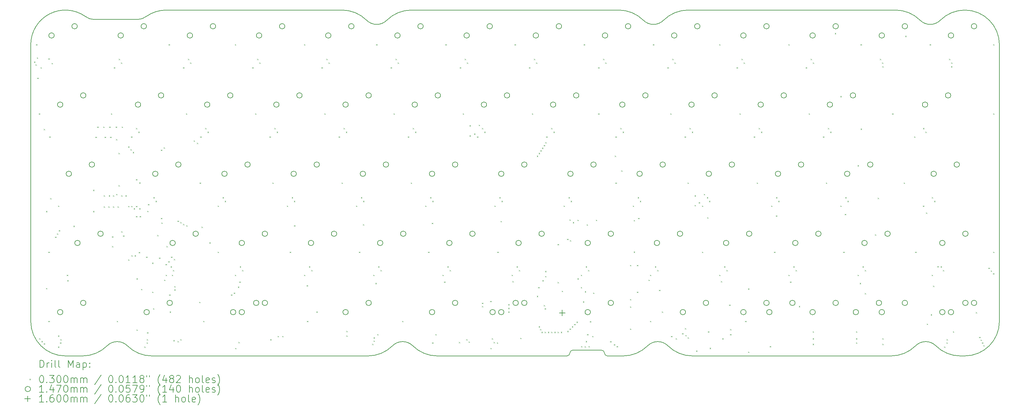
<source format=gbr>
%FSLAX45Y45*%
G04 Gerber Fmt 4.5, Leading zero omitted, Abs format (unit mm)*
G04 Created by KiCad (PCBNEW (6.0.5)) date 2022-07-14 23:35:50*
%MOMM*%
%LPD*%
G01*
G04 APERTURE LIST*
%TA.AperFunction,Profile*%
%ADD10C,0.150000*%
%TD*%
%ADD11C,0.200000*%
%ADD12C,0.030000*%
%ADD13C,0.147000*%
%ADD14C,0.160000*%
G04 APERTURE END LIST*
D10*
X17303750Y-13652500D02*
G75*
G03*
X17383125Y-13731875I79375J0D01*
G01*
X17303750Y-13652500D02*
G75*
G03*
X17224375Y-13573125I-79375J0D01*
G01*
X16271875Y-13731875D02*
G75*
G03*
X16351250Y-13652500I0J79375D01*
G01*
X16430625Y-13573125D02*
G75*
G03*
X16351250Y-13652500I0J-79375D01*
G01*
X17819688Y-13731875D02*
G75*
G03*
X18493207Y-13452894I0J952500D01*
G01*
X19051168Y-13452894D02*
G75*
G03*
X19724688Y-13731875I673519J673519D01*
G01*
X19051168Y-13452894D02*
G75*
G03*
X18772188Y-13337337I-278981J-278981D01*
G01*
X18772188Y-13337337D02*
G75*
G03*
X18493207Y-13452894I0J-394538D01*
G01*
X25196800Y-13731875D02*
G75*
G03*
X25870319Y-13452894I0J952500D01*
G01*
X26428281Y-13452894D02*
G75*
G03*
X27101800Y-13731875I673519J673519D01*
G01*
X26428281Y-13452894D02*
G75*
G03*
X26149300Y-13337337I-278981J-278981D01*
G01*
X26149300Y-13337337D02*
G75*
G03*
X25870319Y-13452894I0J-394538D01*
G01*
X18374144Y-4485856D02*
G75*
G03*
X18653125Y-4601413I278981J278981D01*
G01*
X18374144Y-4485856D02*
G75*
G03*
X17700625Y-4206875I-673519J-673519D01*
G01*
X18653125Y-4601413D02*
G75*
G03*
X18932106Y-4485856I0J394538D01*
G01*
X19605625Y-4206875D02*
G75*
G03*
X18932106Y-4485856I0J-952500D01*
G01*
X11985625Y-4206875D02*
G75*
G03*
X11312106Y-4485856I0J-952500D01*
G01*
X10754144Y-4485856D02*
G75*
G03*
X10080625Y-4206875I-673519J-673519D01*
G01*
X10754144Y-4485856D02*
G75*
G03*
X11033125Y-4601413I278981J278981D01*
G01*
X11033125Y-4601413D02*
G75*
G03*
X11312106Y-4485856I0J394538D01*
G01*
X28178125Y-5159375D02*
G75*
G03*
X27225625Y-4206875I-952500J0D01*
G01*
X27225625Y-4206875D02*
G75*
G03*
X26552106Y-4485856I0J-952500D01*
G01*
X25994144Y-4485856D02*
G75*
G03*
X25320625Y-4206875I-673519J-673519D01*
G01*
X25994144Y-4485856D02*
G75*
G03*
X26273125Y-4601413I278981J278981D01*
G01*
X26273125Y-4601413D02*
G75*
G03*
X26552106Y-4485856I0J394538D01*
G01*
X10795000Y-13731875D02*
G75*
G03*
X11468519Y-13452894I0J952500D01*
G01*
X12026481Y-13452894D02*
G75*
G03*
X12700000Y-13731875I673519J673519D01*
G01*
X12026481Y-13452894D02*
G75*
G03*
X11747500Y-13337337I-278981J-278981D01*
G01*
X11747500Y-13337337D02*
G75*
G03*
X11468519Y-13452894I0J-394538D01*
G01*
X4168356Y-13452894D02*
G75*
G03*
X4841875Y-13731875I673519J673519D01*
G01*
X4168356Y-13452894D02*
G75*
G03*
X3889375Y-13337337I-278981J-278981D01*
G01*
X3889375Y-13337337D02*
G75*
G03*
X3610394Y-13452894I0J-394538D01*
G01*
X2936875Y-13731875D02*
G75*
G03*
X3610394Y-13452894I0J952500D01*
G01*
X2460625Y-13731875D02*
X2936875Y-13731875D01*
X4841875Y-13731875D02*
X10795000Y-13731875D01*
X3006848Y-4379057D02*
G75*
G03*
X1508125Y-5159375I-546257J-780252D01*
G01*
X4444619Y-4466050D02*
X3254774Y-4466024D01*
X25320625Y-4206875D02*
X19605625Y-4206875D01*
X16430625Y-13573125D02*
X17224375Y-13573125D01*
X10080625Y-4206875D02*
X5238750Y-4206875D01*
X17383125Y-13731875D02*
X17819688Y-13731875D01*
X1508125Y-12779375D02*
X1508125Y-5159375D01*
X27101800Y-13731875D02*
X27225625Y-13731875D01*
X5238750Y-4206875D02*
G75*
G03*
X4692545Y-4379083I-12J-952287D01*
G01*
X28178125Y-12779375D02*
X28178125Y-5159375D01*
X27225625Y-13731875D02*
G75*
G03*
X28178125Y-12779375I0J952500D01*
G01*
X4444619Y-4466050D02*
G75*
G03*
X4692545Y-4379083I137J396485D01*
G01*
X17700625Y-4206875D02*
X11985625Y-4206875D01*
X19724688Y-13731875D02*
X25196800Y-13731875D01*
X1508125Y-12779375D02*
G75*
G03*
X2460625Y-13731875I952500J0D01*
G01*
X3006848Y-4379057D02*
G75*
G03*
X3254774Y-4466024I247782J309497D01*
G01*
X12700000Y-13731875D02*
X16271875Y-13731875D01*
D11*
D12*
X1597900Y-5623800D02*
X1627900Y-5653800D01*
X1627900Y-5623800D02*
X1597900Y-5653800D01*
X1636000Y-5700000D02*
X1666000Y-5730000D01*
X1666000Y-5700000D02*
X1636000Y-5730000D01*
X1651875Y-5144375D02*
X1681875Y-5174375D01*
X1681875Y-5144375D02*
X1651875Y-5174375D01*
X1674100Y-5509500D02*
X1704100Y-5539500D01*
X1704100Y-5509500D02*
X1674100Y-5539500D01*
X1686800Y-6068300D02*
X1716800Y-6098300D01*
X1716800Y-6068300D02*
X1686800Y-6098300D01*
X1731250Y-7049375D02*
X1761250Y-7079375D01*
X1761250Y-7049375D02*
X1731250Y-7079375D01*
X1737600Y-13243800D02*
X1767600Y-13273800D01*
X1767600Y-13243800D02*
X1737600Y-13273800D01*
X1775700Y-5779375D02*
X1805700Y-5809375D01*
X1805700Y-5779375D02*
X1775700Y-5809375D01*
X1801100Y-13320000D02*
X1831100Y-13350000D01*
X1831100Y-13320000D02*
X1801100Y-13350000D01*
X1864600Y-7478000D02*
X1894600Y-7508000D01*
X1894600Y-7478000D02*
X1864600Y-7508000D01*
X1864600Y-13383500D02*
X1894600Y-13413500D01*
X1894600Y-13383500D02*
X1864600Y-13413500D01*
X1928100Y-9738600D02*
X1958100Y-9768600D01*
X1958100Y-9738600D02*
X1928100Y-9768600D01*
X1928100Y-11859500D02*
X1958100Y-11889500D01*
X1958100Y-11859500D02*
X1928100Y-11889500D01*
X1991600Y-5534900D02*
X2021600Y-5564900D01*
X2021600Y-5534900D02*
X1991600Y-5564900D01*
X1991600Y-10859375D02*
X2021600Y-10889375D01*
X2021600Y-10859375D02*
X1991600Y-10889375D01*
X1991600Y-12764375D02*
X2021600Y-12794375D01*
X2021600Y-12764375D02*
X1991600Y-12794375D01*
X2017000Y-7684375D02*
X2047000Y-7714375D01*
X2047000Y-7684375D02*
X2017000Y-7714375D01*
X2042400Y-9383000D02*
X2072400Y-9413000D01*
X2072400Y-9383000D02*
X2042400Y-9413000D01*
X2080500Y-5661900D02*
X2110500Y-5691900D01*
X2110500Y-5661900D02*
X2080500Y-5691900D01*
X2177358Y-10445058D02*
X2207358Y-10475058D01*
X2207358Y-10445058D02*
X2177358Y-10475058D01*
X2230044Y-10358044D02*
X2260044Y-10388044D01*
X2260044Y-10358044D02*
X2230044Y-10388044D01*
X2258300Y-9589375D02*
X2288300Y-9619375D01*
X2288300Y-9589375D02*
X2258300Y-9619375D01*
X2258300Y-13472400D02*
X2288300Y-13502400D01*
X2288300Y-13472400D02*
X2258300Y-13502400D01*
X2261051Y-13170317D02*
X2291051Y-13200317D01*
X2291051Y-13170317D02*
X2261051Y-13200317D01*
X2281364Y-10269664D02*
X2311364Y-10299664D01*
X2311364Y-10269664D02*
X2281364Y-10299664D01*
X2315484Y-13358100D02*
X2345484Y-13388100D01*
X2345484Y-13358100D02*
X2315484Y-13388100D01*
X2321834Y-13269200D02*
X2351834Y-13299200D01*
X2351834Y-13269200D02*
X2321834Y-13299200D01*
X2499600Y-11494375D02*
X2529600Y-11524375D01*
X2529600Y-11494375D02*
X2499600Y-11524375D01*
X2512300Y-11643600D02*
X2542300Y-11673600D01*
X2542300Y-11643600D02*
X2512300Y-11673600D01*
X2683750Y-10145000D02*
X2713750Y-10175000D01*
X2713750Y-10145000D02*
X2683750Y-10175000D01*
X3223500Y-9154400D02*
X3253500Y-9184400D01*
X3253500Y-9154400D02*
X3223500Y-9184400D01*
X3223500Y-9738600D02*
X3253500Y-9768600D01*
X3253500Y-9738600D02*
X3223500Y-9768600D01*
X3287000Y-7693900D02*
X3317000Y-7723900D01*
X3317000Y-7693900D02*
X3287000Y-7723900D01*
X3337800Y-7414500D02*
X3367800Y-7444500D01*
X3367800Y-7414500D02*
X3337800Y-7444500D01*
X3502900Y-7414500D02*
X3532900Y-7444500D01*
X3532900Y-7414500D02*
X3502900Y-7444500D01*
X3515600Y-9306800D02*
X3545600Y-9336800D01*
X3545600Y-9306800D02*
X3515600Y-9336800D01*
X3515600Y-9611600D02*
X3545600Y-9641600D01*
X3545600Y-9611600D02*
X3515600Y-9641600D01*
X3541000Y-7693900D02*
X3571000Y-7723900D01*
X3571000Y-7693900D02*
X3541000Y-7723900D01*
X3642600Y-9611600D02*
X3672600Y-9641600D01*
X3672600Y-9611600D02*
X3642600Y-9641600D01*
X3655300Y-9306800D02*
X3685300Y-9336800D01*
X3685300Y-9306800D02*
X3655300Y-9336800D01*
X3668000Y-7414500D02*
X3698000Y-7444500D01*
X3698000Y-7414500D02*
X3668000Y-7444500D01*
X3693400Y-7693900D02*
X3723400Y-7723900D01*
X3723400Y-7693900D02*
X3693400Y-7723900D01*
X3715625Y-7049375D02*
X3745625Y-7079375D01*
X3745625Y-7049375D02*
X3715625Y-7079375D01*
X3744200Y-10437100D02*
X3774200Y-10467100D01*
X3774200Y-10437100D02*
X3744200Y-10467100D01*
X3744200Y-10703800D02*
X3774200Y-10733800D01*
X3774200Y-10703800D02*
X3744200Y-10733800D01*
X3769600Y-9306800D02*
X3799600Y-9336800D01*
X3799600Y-9306800D02*
X3769600Y-9336800D01*
X3769600Y-9611600D02*
X3799600Y-9641600D01*
X3799600Y-9611600D02*
X3769600Y-9641600D01*
X3795000Y-5779375D02*
X3825000Y-5809375D01*
X3825000Y-5779375D02*
X3795000Y-5809375D01*
X3845800Y-7414500D02*
X3875800Y-7444500D01*
X3875800Y-7414500D02*
X3845800Y-7444500D01*
X3855500Y-7760400D02*
X3885500Y-7790400D01*
X3885500Y-7760400D02*
X3855500Y-7790400D01*
X3858500Y-9268700D02*
X3888500Y-9298700D01*
X3888500Y-9268700D02*
X3858500Y-9298700D01*
X3874375Y-12764375D02*
X3904375Y-12794375D01*
X3904375Y-12764375D02*
X3874375Y-12794375D01*
X3896600Y-9611600D02*
X3926600Y-9641600D01*
X3926600Y-9611600D02*
X3896600Y-9641600D01*
X3922000Y-8138400D02*
X3952000Y-8168400D01*
X3952000Y-8138400D02*
X3922000Y-8168400D01*
X3922000Y-9027400D02*
X3952000Y-9057400D01*
X3952000Y-9027400D02*
X3922000Y-9057400D01*
X3931067Y-5550317D02*
X3961067Y-5580317D01*
X3961067Y-5550317D02*
X3931067Y-5580317D01*
X3991850Y-5649200D02*
X4021850Y-5679200D01*
X4021850Y-5649200D02*
X3991850Y-5679200D01*
X3998200Y-9306800D02*
X4028200Y-9336800D01*
X4028200Y-9306800D02*
X3998200Y-9336800D01*
X3998200Y-10297400D02*
X4028200Y-10327400D01*
X4028200Y-10297400D02*
X3998200Y-10327400D01*
X4010900Y-7414500D02*
X4040900Y-7444500D01*
X4040900Y-7414500D02*
X4010900Y-7444500D01*
X4049000Y-10411700D02*
X4079000Y-10441700D01*
X4079000Y-10411700D02*
X4049000Y-10441700D01*
X4112500Y-9306800D02*
X4142500Y-9336800D01*
X4142500Y-9306800D02*
X4112500Y-9336800D01*
X4188700Y-7960600D02*
X4218700Y-7990600D01*
X4218700Y-7960600D02*
X4188700Y-7990600D01*
X4188700Y-9598900D02*
X4218700Y-9628900D01*
X4218700Y-9598900D02*
X4188700Y-9628900D01*
X4188700Y-11072100D02*
X4218700Y-11102100D01*
X4218700Y-11072100D02*
X4188700Y-11102100D01*
X4252200Y-8036800D02*
X4282200Y-8066800D01*
X4282200Y-8036800D02*
X4252200Y-8066800D01*
X4271250Y-7684375D02*
X4301250Y-7714375D01*
X4301250Y-7684375D02*
X4271250Y-7714375D01*
X4275784Y-9600716D02*
X4305784Y-9630716D01*
X4305784Y-9600716D02*
X4275784Y-9630716D01*
X4277600Y-10957800D02*
X4307600Y-10987800D01*
X4307600Y-10957800D02*
X4277600Y-10987800D01*
X4315700Y-8113000D02*
X4345700Y-8143000D01*
X4345700Y-8113000D02*
X4315700Y-8143000D01*
X4341100Y-9662400D02*
X4371100Y-9692400D01*
X4371100Y-9662400D02*
X4341100Y-9692400D01*
X4366500Y-10957800D02*
X4396500Y-10987800D01*
X4396500Y-10957800D02*
X4366500Y-10987800D01*
X4404600Y-8862300D02*
X4434600Y-8892300D01*
X4434600Y-8862300D02*
X4404600Y-8892300D01*
X4404600Y-9598900D02*
X4434600Y-9628900D01*
X4434600Y-9598900D02*
X4404600Y-9628900D01*
X4404600Y-9878300D02*
X4434600Y-9908300D01*
X4434600Y-9878300D02*
X4404600Y-9908300D01*
X4407317Y-7455317D02*
X4437317Y-7485317D01*
X4437317Y-7455317D02*
X4407317Y-7485317D01*
X4417300Y-11592800D02*
X4447300Y-11622800D01*
X4447300Y-11592800D02*
X4417300Y-11622800D01*
X4417300Y-13002500D02*
X4447300Y-13032500D01*
X4447300Y-13002500D02*
X4417300Y-13032500D01*
X4468100Y-7554200D02*
X4498100Y-7584200D01*
X4498100Y-7554200D02*
X4468100Y-7584200D01*
X4480800Y-10868900D02*
X4510800Y-10898900D01*
X4510800Y-10868900D02*
X4480800Y-10898900D01*
X4493500Y-8951200D02*
X4523500Y-8981200D01*
X4523500Y-8951200D02*
X4493500Y-8981200D01*
X4493500Y-9662400D02*
X4523500Y-9692400D01*
X4523500Y-9662400D02*
X4493500Y-9692400D01*
X4506200Y-9878300D02*
X4536200Y-9908300D01*
X4536200Y-9878300D02*
X4506200Y-9908300D01*
X4544300Y-11884900D02*
X4574300Y-11914900D01*
X4574300Y-11884900D02*
X4544300Y-11914900D01*
X4633200Y-13472400D02*
X4663200Y-13502400D01*
X4663200Y-13472400D02*
X4633200Y-13502400D01*
X4684000Y-10995900D02*
X4714000Y-11025900D01*
X4714000Y-10995900D02*
X4684000Y-11025900D01*
X4696700Y-13358100D02*
X4726700Y-13388100D01*
X4726700Y-13358100D02*
X4696700Y-13388100D01*
X4703050Y-13269200D02*
X4733050Y-13299200D01*
X4733050Y-13269200D02*
X4703050Y-13299200D01*
X4709400Y-13078700D02*
X4739400Y-13108700D01*
X4739400Y-13078700D02*
X4709400Y-13108700D01*
X4713075Y-9734925D02*
X4743075Y-9764925D01*
X4743075Y-9734925D02*
X4713075Y-9764925D01*
X4734800Y-9548100D02*
X4764800Y-9578100D01*
X4764800Y-9548100D02*
X4734800Y-9578100D01*
X4849100Y-11161000D02*
X4879100Y-11191000D01*
X4879100Y-11161000D02*
X4849100Y-11191000D01*
X4849100Y-11961100D02*
X4879100Y-11991100D01*
X4879100Y-11961100D02*
X4849100Y-11991100D01*
X4874500Y-12418300D02*
X4904500Y-12448300D01*
X4904500Y-12418300D02*
X4874500Y-12448300D01*
X4883567Y-9360317D02*
X4913567Y-9390317D01*
X4913567Y-9360317D02*
X4883567Y-9390317D01*
X4944350Y-9459200D02*
X4974350Y-9489200D01*
X4974350Y-9459200D02*
X4944350Y-9489200D01*
X4988800Y-10399000D02*
X5018800Y-10429000D01*
X5018800Y-10399000D02*
X4988800Y-10429000D01*
X5039600Y-11021300D02*
X5069600Y-11051300D01*
X5069600Y-11021300D02*
X5039600Y-11051300D01*
X5090400Y-8049500D02*
X5120400Y-8079500D01*
X5120400Y-8049500D02*
X5090400Y-8079500D01*
X5090400Y-9929100D02*
X5120400Y-9959100D01*
X5120400Y-9929100D02*
X5090400Y-9959100D01*
X5103100Y-10056100D02*
X5133100Y-10086100D01*
X5133100Y-10056100D02*
X5103100Y-10086100D01*
X5166600Y-7986000D02*
X5196600Y-8016000D01*
X5196600Y-7986000D02*
X5166600Y-8016000D01*
X5179300Y-11630900D02*
X5209300Y-11660900D01*
X5209300Y-11630900D02*
X5179300Y-11660900D01*
X5218784Y-11200484D02*
X5248784Y-11230484D01*
X5248784Y-11200484D02*
X5218784Y-11230484D01*
X5223750Y-11494375D02*
X5253750Y-11524375D01*
X5253750Y-11494375D02*
X5223750Y-11524375D01*
X5242800Y-10703800D02*
X5272800Y-10733800D01*
X5272800Y-10703800D02*
X5242800Y-10733800D01*
X5293600Y-11122900D02*
X5323600Y-11152900D01*
X5323600Y-11122900D02*
X5293600Y-11152900D01*
X5303125Y-5144375D02*
X5333125Y-5174375D01*
X5333125Y-5144375D02*
X5303125Y-5174375D01*
X5319000Y-12037300D02*
X5349000Y-12067300D01*
X5349000Y-12037300D02*
X5319000Y-12067300D01*
X5331700Y-12507200D02*
X5361700Y-12537200D01*
X5361700Y-12507200D02*
X5331700Y-12537200D01*
X5359817Y-11265317D02*
X5389817Y-11295317D01*
X5389817Y-11265317D02*
X5359817Y-11295317D01*
X5369800Y-10995900D02*
X5399800Y-11025900D01*
X5399800Y-10995900D02*
X5369800Y-11025900D01*
X5392025Y-11494375D02*
X5422025Y-11524375D01*
X5422025Y-11494375D02*
X5392025Y-11524375D01*
X5420600Y-11364200D02*
X5450600Y-11394200D01*
X5450600Y-11364200D02*
X5420600Y-11394200D01*
X5433300Y-13294600D02*
X5463300Y-13324600D01*
X5463300Y-13294600D02*
X5433300Y-13324600D01*
X5446000Y-11059400D02*
X5476000Y-11089400D01*
X5476000Y-11059400D02*
X5446000Y-11089400D01*
X5458700Y-11808700D02*
X5488700Y-11838700D01*
X5488700Y-11808700D02*
X5458700Y-11838700D01*
X5458700Y-11897600D02*
X5488700Y-11927600D01*
X5488700Y-11897600D02*
X5458700Y-11927600D01*
X5547600Y-10005300D02*
X5577600Y-10035300D01*
X5577600Y-10005300D02*
X5547600Y-10035300D01*
X5547600Y-13320000D02*
X5577600Y-13350000D01*
X5577600Y-13320000D02*
X5547600Y-13350000D01*
X5623800Y-10043400D02*
X5653800Y-10073400D01*
X5653800Y-10043400D02*
X5623800Y-10073400D01*
X5623800Y-13269200D02*
X5653800Y-13299200D01*
X5653800Y-13269200D02*
X5623800Y-13299200D01*
X5700000Y-5779375D02*
X5730000Y-5809375D01*
X5730000Y-5779375D02*
X5700000Y-5809375D01*
X5700000Y-10094200D02*
X5730000Y-10124200D01*
X5730000Y-10094200D02*
X5700000Y-10124200D01*
X5779375Y-7049375D02*
X5809375Y-7079375D01*
X5809375Y-7049375D02*
X5779375Y-7079375D01*
X5788900Y-10132300D02*
X5818900Y-10162300D01*
X5818900Y-10132300D02*
X5788900Y-10162300D01*
X5836067Y-5550317D02*
X5866067Y-5580317D01*
X5866067Y-5550317D02*
X5836067Y-5580317D01*
X5896850Y-5649200D02*
X5926850Y-5679200D01*
X5926850Y-5649200D02*
X5896850Y-5679200D01*
X5992100Y-7795500D02*
X6022100Y-7825500D01*
X6022100Y-7795500D02*
X5992100Y-7825500D01*
X6081000Y-7859000D02*
X6111000Y-7889000D01*
X6111000Y-7859000D02*
X6081000Y-7889000D01*
X6144500Y-12240500D02*
X6174500Y-12270500D01*
X6174500Y-12240500D02*
X6144500Y-12270500D01*
X6157200Y-8954375D02*
X6187200Y-8984375D01*
X6187200Y-8954375D02*
X6157200Y-8984375D01*
X6176250Y-7684375D02*
X6206250Y-7714375D01*
X6206250Y-7684375D02*
X6176250Y-7714375D01*
X6208000Y-10170400D02*
X6238000Y-10200400D01*
X6238000Y-10170400D02*
X6208000Y-10200400D01*
X6255625Y-12764375D02*
X6285625Y-12794375D01*
X6285625Y-12764375D02*
X6255625Y-12794375D01*
X6312317Y-7455317D02*
X6342317Y-7485317D01*
X6342317Y-7455317D02*
X6312317Y-7485317D01*
X6373100Y-7554200D02*
X6403100Y-7584200D01*
X6403100Y-7554200D02*
X6373100Y-7584200D01*
X6423900Y-10602200D02*
X6453900Y-10632200D01*
X6453900Y-10602200D02*
X6423900Y-10632200D01*
X6652500Y-9589375D02*
X6682500Y-9619375D01*
X6682500Y-9589375D02*
X6652500Y-9619375D01*
X6652500Y-10859375D02*
X6682500Y-10889375D01*
X6682500Y-10859375D02*
X6652500Y-10889375D01*
X6788567Y-9360317D02*
X6818567Y-9390317D01*
X6818567Y-9360317D02*
X6788567Y-9390317D01*
X6849350Y-9459200D02*
X6879350Y-9489200D01*
X6879350Y-9459200D02*
X6849350Y-9489200D01*
X7020800Y-12037300D02*
X7050800Y-12067300D01*
X7050800Y-12037300D02*
X7020800Y-12067300D01*
X7097000Y-11986500D02*
X7127000Y-12016500D01*
X7127000Y-11986500D02*
X7097000Y-12016500D01*
X7128750Y-5144375D02*
X7158750Y-5174375D01*
X7158750Y-5144375D02*
X7128750Y-5174375D01*
X7128750Y-11494375D02*
X7158750Y-11524375D01*
X7158750Y-11494375D02*
X7128750Y-11524375D01*
X7135100Y-13510500D02*
X7165100Y-13540500D01*
X7165100Y-13510500D02*
X7135100Y-13540500D01*
X7211300Y-11821400D02*
X7241300Y-11851400D01*
X7241300Y-11821400D02*
X7211300Y-11851400D01*
X7224000Y-13345400D02*
X7254000Y-13375400D01*
X7254000Y-13345400D02*
X7224000Y-13375400D01*
X7251116Y-11683416D02*
X7281116Y-11713416D01*
X7281116Y-11683416D02*
X7251116Y-11713416D01*
X7264817Y-11265317D02*
X7294817Y-11295317D01*
X7294817Y-11265317D02*
X7264817Y-11295317D01*
X7325600Y-11364200D02*
X7355600Y-11394200D01*
X7355600Y-11364200D02*
X7325600Y-11394200D01*
X7605000Y-5779375D02*
X7635000Y-5809375D01*
X7635000Y-5779375D02*
X7605000Y-5809375D01*
X7684375Y-7049375D02*
X7714375Y-7079375D01*
X7714375Y-7049375D02*
X7684375Y-7079375D01*
X7741067Y-5550317D02*
X7771067Y-5580317D01*
X7771067Y-5550317D02*
X7741067Y-5580317D01*
X7801850Y-5649200D02*
X7831850Y-5679200D01*
X7831850Y-5649200D02*
X7801850Y-5679200D01*
X8081250Y-7684375D02*
X8111250Y-7714375D01*
X8111250Y-7684375D02*
X8081250Y-7714375D01*
X8100300Y-13269200D02*
X8130300Y-13299200D01*
X8130300Y-13269200D02*
X8100300Y-13299200D01*
X8160625Y-8954375D02*
X8190625Y-8984375D01*
X8190625Y-8954375D02*
X8160625Y-8984375D01*
X8217317Y-7455317D02*
X8247317Y-7485317D01*
X8247317Y-7455317D02*
X8217317Y-7485317D01*
X8278100Y-7554200D02*
X8308100Y-7584200D01*
X8308100Y-7554200D02*
X8278100Y-7584200D01*
X8303500Y-13180300D02*
X8333500Y-13210300D01*
X8333500Y-13180300D02*
X8303500Y-13210300D01*
X8430500Y-13180300D02*
X8460500Y-13210300D01*
X8460500Y-13180300D02*
X8430500Y-13210300D01*
X8557500Y-9589375D02*
X8587500Y-9619375D01*
X8587500Y-9589375D02*
X8557500Y-9619375D01*
X8636875Y-10859375D02*
X8666875Y-10889375D01*
X8666875Y-10859375D02*
X8636875Y-10889375D01*
X8693567Y-9360317D02*
X8723567Y-9390317D01*
X8723567Y-9360317D02*
X8693567Y-9390317D01*
X8754350Y-9459200D02*
X8784350Y-9489200D01*
X8784350Y-9459200D02*
X8754350Y-9489200D01*
X8758160Y-10134840D02*
X8788160Y-10164840D01*
X8788160Y-10134840D02*
X8758160Y-10164840D01*
X9033750Y-5144375D02*
X9063750Y-5174375D01*
X9063750Y-5144375D02*
X9033750Y-5174375D01*
X9033750Y-11494375D02*
X9063750Y-11524375D01*
X9063750Y-11494375D02*
X9033750Y-11524375D01*
X9103600Y-11783300D02*
X9133600Y-11813300D01*
X9133600Y-11783300D02*
X9103600Y-11813300D01*
X9113125Y-12764375D02*
X9143125Y-12794375D01*
X9143125Y-12764375D02*
X9113125Y-12794375D01*
X9169817Y-11265317D02*
X9199817Y-11295317D01*
X9199817Y-11265317D02*
X9169817Y-11295317D01*
X9230600Y-11364200D02*
X9260600Y-11394200D01*
X9260600Y-11364200D02*
X9230600Y-11394200D01*
X9370300Y-12507200D02*
X9400300Y-12537200D01*
X9400300Y-12507200D02*
X9370300Y-12537200D01*
X9510000Y-5779375D02*
X9540000Y-5809375D01*
X9540000Y-5779375D02*
X9510000Y-5809375D01*
X9589375Y-7049375D02*
X9619375Y-7079375D01*
X9619375Y-7049375D02*
X9589375Y-7079375D01*
X9646067Y-5550317D02*
X9676067Y-5580317D01*
X9676067Y-5550317D02*
X9646067Y-5580317D01*
X9706850Y-5649200D02*
X9736850Y-5679200D01*
X9736850Y-5649200D02*
X9706850Y-5679200D01*
X9986250Y-7684375D02*
X10016250Y-7714375D01*
X10016250Y-7684375D02*
X9986250Y-7714375D01*
X10065625Y-8954375D02*
X10095625Y-8984375D01*
X10095625Y-8954375D02*
X10065625Y-8984375D01*
X10122317Y-7455317D02*
X10152317Y-7485317D01*
X10152317Y-7455317D02*
X10122317Y-7485317D01*
X10183100Y-7554200D02*
X10213100Y-7584200D01*
X10213100Y-7554200D02*
X10183100Y-7584200D01*
X10195800Y-13040600D02*
X10225800Y-13070600D01*
X10225800Y-13040600D02*
X10195800Y-13070600D01*
X10195800Y-13167600D02*
X10225800Y-13197600D01*
X10225800Y-13167600D02*
X10195800Y-13197600D01*
X10462500Y-9589375D02*
X10492500Y-9619375D01*
X10492500Y-9589375D02*
X10462500Y-9619375D01*
X10541875Y-10859375D02*
X10571875Y-10889375D01*
X10571875Y-10859375D02*
X10541875Y-10889375D01*
X10598567Y-9360317D02*
X10628567Y-9390317D01*
X10628567Y-9360317D02*
X10598567Y-9390317D01*
X10655540Y-10104360D02*
X10685540Y-10134360D01*
X10685540Y-10104360D02*
X10655540Y-10134360D01*
X10659350Y-9459200D02*
X10689350Y-9489200D01*
X10689350Y-9459200D02*
X10659350Y-9489200D01*
X10907000Y-13396200D02*
X10937000Y-13426200D01*
X10937000Y-13396200D02*
X10907000Y-13426200D01*
X10938750Y-11494375D02*
X10968750Y-11524375D01*
X10968750Y-11494375D02*
X10938750Y-11524375D01*
X10945100Y-13218400D02*
X10975100Y-13248400D01*
X10975100Y-13218400D02*
X10945100Y-13248400D01*
X10945100Y-13307300D02*
X10975100Y-13337300D01*
X10975100Y-13307300D02*
X10945100Y-13337300D01*
X10995900Y-11719800D02*
X11025900Y-11749800D01*
X11025900Y-11719800D02*
X10995900Y-11749800D01*
X11018125Y-5144375D02*
X11048125Y-5174375D01*
X11048125Y-5144375D02*
X11018125Y-5174375D01*
X11046700Y-13129500D02*
X11076700Y-13159500D01*
X11076700Y-13129500D02*
X11046700Y-13159500D01*
X11074817Y-11265317D02*
X11104817Y-11295317D01*
X11104817Y-11265317D02*
X11074817Y-11295317D01*
X11135600Y-11364200D02*
X11165600Y-11394200D01*
X11165600Y-11364200D02*
X11135600Y-11394200D01*
X11415000Y-5779375D02*
X11445000Y-5809375D01*
X11445000Y-5779375D02*
X11415000Y-5809375D01*
X11494375Y-7049375D02*
X11524375Y-7079375D01*
X11524375Y-7049375D02*
X11494375Y-7079375D01*
X11551067Y-5550317D02*
X11581067Y-5580317D01*
X11581067Y-5550317D02*
X11551067Y-5580317D01*
X11611850Y-5649200D02*
X11641850Y-5679200D01*
X11641850Y-5649200D02*
X11611850Y-5679200D01*
X11732500Y-12764375D02*
X11762500Y-12794375D01*
X11762500Y-12764375D02*
X11732500Y-12794375D01*
X11891250Y-7684375D02*
X11921250Y-7714375D01*
X11921250Y-7684375D02*
X11891250Y-7714375D01*
X11970625Y-8954375D02*
X12000625Y-8984375D01*
X12000625Y-8954375D02*
X11970625Y-8984375D01*
X12027317Y-7455317D02*
X12057317Y-7485317D01*
X12057317Y-7455317D02*
X12027317Y-7485317D01*
X12088100Y-7554200D02*
X12118100Y-7584200D01*
X12118100Y-7554200D02*
X12088100Y-7584200D01*
X12367500Y-9589375D02*
X12397500Y-9619375D01*
X12397500Y-9589375D02*
X12367500Y-9619375D01*
X12446875Y-10859375D02*
X12476875Y-10889375D01*
X12476875Y-10859375D02*
X12446875Y-10889375D01*
X12503567Y-9360317D02*
X12533567Y-9390317D01*
X12533567Y-9360317D02*
X12503567Y-9390317D01*
X12550380Y-10063720D02*
X12580380Y-10093720D01*
X12580380Y-10063720D02*
X12550380Y-10093720D01*
X12558000Y-13358100D02*
X12588000Y-13388100D01*
X12588000Y-13358100D02*
X12558000Y-13388100D01*
X12564350Y-9459200D02*
X12594350Y-9489200D01*
X12594350Y-9459200D02*
X12564350Y-9489200D01*
X12646900Y-13129500D02*
X12676900Y-13159500D01*
X12676900Y-13129500D02*
X12646900Y-13159500D01*
X12843750Y-11494375D02*
X12873750Y-11524375D01*
X12873750Y-11494375D02*
X12843750Y-11524375D01*
X12888200Y-11681700D02*
X12918200Y-11711700D01*
X12918200Y-11681700D02*
X12888200Y-11711700D01*
X12923125Y-5144375D02*
X12953125Y-5174375D01*
X12953125Y-5144375D02*
X12923125Y-5174375D01*
X12979817Y-11265317D02*
X13009817Y-11295317D01*
X13009817Y-11265317D02*
X12979817Y-11295317D01*
X13040600Y-11364200D02*
X13070600Y-11394200D01*
X13070600Y-11364200D02*
X13040600Y-11394200D01*
X13294600Y-13345400D02*
X13324600Y-13375400D01*
X13324600Y-13345400D02*
X13294600Y-13375400D01*
X13320000Y-5779375D02*
X13350000Y-5809375D01*
X13350000Y-5779375D02*
X13320000Y-5809375D01*
X13399375Y-7049375D02*
X13429375Y-7079375D01*
X13429375Y-7049375D02*
X13399375Y-7079375D01*
X13456067Y-5550317D02*
X13486067Y-5580317D01*
X13486067Y-5550317D02*
X13456067Y-5580317D01*
X13497800Y-13269200D02*
X13527800Y-13299200D01*
X13527800Y-13269200D02*
X13497800Y-13299200D01*
X13516850Y-5649200D02*
X13546850Y-5679200D01*
X13546850Y-5649200D02*
X13516850Y-5679200D01*
X13561300Y-13332700D02*
X13591300Y-13362700D01*
X13591300Y-13332700D02*
X13561300Y-13362700D01*
X13586700Y-7376400D02*
X13616700Y-7406400D01*
X13616700Y-7376400D02*
X13586700Y-7406400D01*
X13586700Y-7655800D02*
X13616700Y-7685800D01*
X13616700Y-7655800D02*
X13586700Y-7685800D01*
X13713700Y-7605000D02*
X13743700Y-7635000D01*
X13743700Y-7605000D02*
X13713700Y-7635000D01*
X13796250Y-7684375D02*
X13826250Y-7714375D01*
X13826250Y-7684375D02*
X13796250Y-7714375D01*
X13840700Y-7363700D02*
X13870700Y-7393700D01*
X13870700Y-7363700D02*
X13840700Y-7393700D01*
X13929600Y-12265900D02*
X13959600Y-12295900D01*
X13959600Y-12265900D02*
X13929600Y-12295900D01*
X13929600Y-12354800D02*
X13959600Y-12384800D01*
X13959600Y-12354800D02*
X13929600Y-12384800D01*
X13932317Y-7455317D02*
X13962317Y-7485317D01*
X13962317Y-7455317D02*
X13932317Y-7485317D01*
X13993100Y-7554200D02*
X14023100Y-7584200D01*
X14023100Y-7554200D02*
X13993100Y-7584200D01*
X14158200Y-12215100D02*
X14188200Y-12245100D01*
X14188200Y-12215100D02*
X14158200Y-12245100D01*
X14161375Y-13510500D02*
X14191375Y-13540500D01*
X14191375Y-13510500D02*
X14161375Y-13540500D01*
X14199475Y-13243800D02*
X14229475Y-13273800D01*
X14229475Y-13243800D02*
X14199475Y-13273800D01*
X14250275Y-13345400D02*
X14280275Y-13375400D01*
X14280275Y-13345400D02*
X14250275Y-13375400D01*
X14272500Y-9589375D02*
X14302500Y-9619375D01*
X14302500Y-9589375D02*
X14272500Y-9619375D01*
X14339175Y-13358100D02*
X14369175Y-13388100D01*
X14369175Y-13358100D02*
X14339175Y-13388100D01*
X14351875Y-10859375D02*
X14381875Y-10889375D01*
X14381875Y-10859375D02*
X14351875Y-10889375D01*
X14408567Y-9360317D02*
X14438567Y-9390317D01*
X14438567Y-9360317D02*
X14408567Y-9390317D01*
X14442680Y-10012920D02*
X14472680Y-10042920D01*
X14472680Y-10012920D02*
X14442680Y-10042920D01*
X14469350Y-9459200D02*
X14499350Y-9489200D01*
X14499350Y-9459200D02*
X14469350Y-9489200D01*
X14653500Y-12304000D02*
X14683500Y-12334000D01*
X14683500Y-12304000D02*
X14653500Y-12334000D01*
X14653500Y-12405600D02*
X14683500Y-12435600D01*
X14683500Y-12405600D02*
X14653500Y-12435600D01*
X14653500Y-12507200D02*
X14683500Y-12537200D01*
X14683500Y-12507200D02*
X14653500Y-12537200D01*
X14748750Y-11494375D02*
X14778750Y-11524375D01*
X14778750Y-11494375D02*
X14748750Y-11524375D01*
X14767800Y-11669000D02*
X14797800Y-11699000D01*
X14797800Y-11669000D02*
X14767800Y-11699000D01*
X14828125Y-5144375D02*
X14858125Y-5174375D01*
X14858125Y-5144375D02*
X14828125Y-5174375D01*
X14884817Y-11265317D02*
X14914817Y-11295317D01*
X14914817Y-11265317D02*
X14884817Y-11295317D01*
X14945600Y-11364200D02*
X14975600Y-11394200D01*
X14975600Y-11364200D02*
X14945600Y-11394200D01*
X14983700Y-13231100D02*
X15013700Y-13261100D01*
X15013700Y-13231100D02*
X14983700Y-13261100D01*
X15225000Y-5779375D02*
X15255000Y-5809375D01*
X15255000Y-5779375D02*
X15225000Y-5809375D01*
X15304375Y-7049375D02*
X15334375Y-7079375D01*
X15334375Y-7049375D02*
X15304375Y-7079375D01*
X15361067Y-5550317D02*
X15391067Y-5580317D01*
X15391067Y-5550317D02*
X15361067Y-5580317D01*
X15421850Y-5649200D02*
X15451850Y-5679200D01*
X15451850Y-5649200D02*
X15421850Y-5679200D01*
X15440900Y-8214600D02*
X15470900Y-8244600D01*
X15470900Y-8214600D02*
X15440900Y-8244600D01*
X15440900Y-12075400D02*
X15470900Y-12105400D01*
X15470900Y-12075400D02*
X15440900Y-12105400D01*
X15479000Y-11834100D02*
X15509000Y-11864100D01*
X15509000Y-11834100D02*
X15479000Y-11864100D01*
X15491700Y-12913600D02*
X15521700Y-12943600D01*
X15521700Y-12913600D02*
X15491700Y-12943600D01*
X15492934Y-8137166D02*
X15522934Y-8167166D01*
X15522934Y-8137166D02*
X15492934Y-8167166D01*
X15529800Y-12989800D02*
X15559800Y-13019800D01*
X15559800Y-12989800D02*
X15529800Y-13019800D01*
X15539325Y-8065375D02*
X15569325Y-8095375D01*
X15569325Y-8065375D02*
X15539325Y-8095375D01*
X15567900Y-13066000D02*
X15597900Y-13096000D01*
X15597900Y-13066000D02*
X15567900Y-13096000D01*
X15585523Y-7993777D02*
X15615523Y-8023777D01*
X15615523Y-7993777D02*
X15585523Y-8023777D01*
X15593300Y-11643600D02*
X15623300Y-11673600D01*
X15623300Y-11643600D02*
X15593300Y-11673600D01*
X15631294Y-7922605D02*
X15661294Y-7952605D01*
X15661294Y-7922605D02*
X15631294Y-7952605D01*
X15631400Y-12329400D02*
X15661400Y-12359400D01*
X15661400Y-12329400D02*
X15631400Y-12359400D01*
X15656800Y-12418300D02*
X15686800Y-12448300D01*
X15686800Y-12418300D02*
X15656800Y-12448300D01*
X15656800Y-13066000D02*
X15686800Y-13096000D01*
X15686800Y-13066000D02*
X15656800Y-13096000D01*
X15669500Y-11389600D02*
X15699500Y-11419600D01*
X15699500Y-11389600D02*
X15669500Y-11419600D01*
X15669500Y-11529300D02*
X15699500Y-11559300D01*
X15699500Y-11529300D02*
X15669500Y-11559300D01*
X15674580Y-7841220D02*
X15704580Y-7871220D01*
X15704580Y-7841220D02*
X15674580Y-7871220D01*
X15701250Y-7684375D02*
X15731250Y-7714375D01*
X15731250Y-7684375D02*
X15701250Y-7714375D01*
X15745700Y-13066000D02*
X15775700Y-13096000D01*
X15775700Y-13066000D02*
X15745700Y-13096000D01*
X15834600Y-13066000D02*
X15864600Y-13096000D01*
X15864600Y-13066000D02*
X15834600Y-13096000D01*
X15837317Y-7455317D02*
X15867317Y-7485317D01*
X15867317Y-7455317D02*
X15837317Y-7485317D01*
X15898100Y-7554200D02*
X15928100Y-7584200D01*
X15928100Y-7554200D02*
X15898100Y-7584200D01*
X15923500Y-13066000D02*
X15953500Y-13096000D01*
X15953500Y-13066000D02*
X15923500Y-13096000D01*
X16012400Y-10647806D02*
X16042400Y-10677806D01*
X16042400Y-10647806D02*
X16012400Y-10677806D01*
X16012400Y-11694400D02*
X16042400Y-11724400D01*
X16042400Y-11694400D02*
X16012400Y-11724400D01*
X16012400Y-13066000D02*
X16042400Y-13096000D01*
X16042400Y-13066000D02*
X16012400Y-13096000D01*
X16101300Y-13066000D02*
X16131300Y-13096000D01*
X16131300Y-13066000D02*
X16101300Y-13096000D01*
X16126700Y-11935700D02*
X16156700Y-11965700D01*
X16156700Y-11935700D02*
X16126700Y-11965700D01*
X16177500Y-9589375D02*
X16207500Y-9619375D01*
X16207500Y-9589375D02*
X16177500Y-9619375D01*
X16274667Y-10505033D02*
X16304667Y-10535033D01*
X16304667Y-10505033D02*
X16274667Y-10535033D01*
X16279100Y-13040600D02*
X16309100Y-13070600D01*
X16309100Y-13040600D02*
X16279100Y-13070600D01*
X16313567Y-9360317D02*
X16343567Y-9390317D01*
X16343567Y-9360317D02*
X16313567Y-9390317D01*
X16337520Y-9972280D02*
X16367520Y-10002280D01*
X16367520Y-9972280D02*
X16337520Y-10002280D01*
X16342600Y-12977100D02*
X16372600Y-13007100D01*
X16372600Y-12977100D02*
X16342600Y-13007100D01*
X16350220Y-10543780D02*
X16380220Y-10573780D01*
X16380220Y-10543780D02*
X16350220Y-10573780D01*
X16374350Y-9459200D02*
X16404350Y-9489200D01*
X16404350Y-9459200D02*
X16374350Y-9489200D01*
X16406100Y-12913600D02*
X16436100Y-12943600D01*
X16436100Y-12913600D02*
X16406100Y-12943600D01*
X16431500Y-10043400D02*
X16461500Y-10073400D01*
X16461500Y-10043400D02*
X16431500Y-10073400D01*
X16469600Y-12850100D02*
X16499600Y-12880100D01*
X16499600Y-12850100D02*
X16469600Y-12880100D01*
X16533100Y-12786600D02*
X16563100Y-12816600D01*
X16563100Y-12786600D02*
X16533100Y-12816600D01*
X16558500Y-9979900D02*
X16588500Y-10009900D01*
X16588500Y-9979900D02*
X16558500Y-10009900D01*
X16558500Y-11592800D02*
X16588500Y-11622800D01*
X16588500Y-11592800D02*
X16558500Y-11622800D01*
X16653050Y-11834100D02*
X16683050Y-11864100D01*
X16683050Y-11834100D02*
X16653050Y-11864100D01*
X16653750Y-11494375D02*
X16683750Y-11524375D01*
X16683750Y-11494375D02*
X16653750Y-11524375D01*
X16660100Y-13459700D02*
X16690100Y-13489700D01*
X16690100Y-13459700D02*
X16660100Y-13489700D01*
X16710900Y-12227800D02*
X16740900Y-12257800D01*
X16740900Y-12227800D02*
X16710900Y-12257800D01*
X16733125Y-5144375D02*
X16763125Y-5174375D01*
X16763125Y-5144375D02*
X16733125Y-5174375D01*
X16758975Y-13462425D02*
X16788975Y-13492425D01*
X16788975Y-13462425D02*
X16758975Y-13492425D01*
X16761700Y-11948400D02*
X16791700Y-11978400D01*
X16791700Y-11948400D02*
X16761700Y-11978400D01*
X16787100Y-13320000D02*
X16817100Y-13350000D01*
X16817100Y-13320000D02*
X16787100Y-13350000D01*
X16789817Y-11265317D02*
X16819817Y-11295317D01*
X16819817Y-11265317D02*
X16789817Y-11295317D01*
X16812500Y-10106900D02*
X16842500Y-10136900D01*
X16842500Y-10106900D02*
X16812500Y-10136900D01*
X16824742Y-13129042D02*
X16854742Y-13159042D01*
X16854742Y-13129042D02*
X16824742Y-13159042D01*
X16850600Y-11364200D02*
X16880600Y-11394200D01*
X16880600Y-11364200D02*
X16850600Y-11394200D01*
X16863300Y-13459700D02*
X16893300Y-13489700D01*
X16893300Y-13459700D02*
X16863300Y-13489700D01*
X16901400Y-12773900D02*
X16931400Y-12803900D01*
X16931400Y-12773900D02*
X16901400Y-12803900D01*
X16964900Y-13180300D02*
X16994900Y-13210300D01*
X16994900Y-13180300D02*
X16964900Y-13210300D01*
X16990300Y-11986500D02*
X17020300Y-12016500D01*
X17020300Y-11986500D02*
X16990300Y-12016500D01*
X17066500Y-9979900D02*
X17096500Y-10009900D01*
X17096500Y-9979900D02*
X17066500Y-10009900D01*
X17130000Y-5779375D02*
X17160000Y-5809375D01*
X17160000Y-5779375D02*
X17130000Y-5809375D01*
X17130000Y-7049375D02*
X17160000Y-7079375D01*
X17160000Y-7049375D02*
X17130000Y-7079375D01*
X17266067Y-5550317D02*
X17296067Y-5580317D01*
X17296067Y-5550317D02*
X17266067Y-5580317D01*
X17326850Y-5649200D02*
X17356850Y-5679200D01*
X17356850Y-5649200D02*
X17326850Y-5679200D01*
X17460200Y-13323950D02*
X17490200Y-13353950D01*
X17490200Y-13323950D02*
X17460200Y-13353950D01*
X17561800Y-13408900D02*
X17591800Y-13438900D01*
X17591800Y-13408900D02*
X17561800Y-13438900D01*
X17587200Y-8214600D02*
X17617200Y-8244600D01*
X17617200Y-8214600D02*
X17587200Y-8244600D01*
X17606250Y-7684375D02*
X17636250Y-7714375D01*
X17636250Y-7684375D02*
X17606250Y-7714375D01*
X17606250Y-8954375D02*
X17636250Y-8984375D01*
X17636250Y-8954375D02*
X17606250Y-8984375D01*
X17638000Y-13459700D02*
X17668000Y-13489700D01*
X17668000Y-13459700D02*
X17638000Y-13489700D01*
X17742317Y-7455317D02*
X17772317Y-7485317D01*
X17772317Y-7455317D02*
X17742317Y-7485317D01*
X17765000Y-8621000D02*
X17795000Y-8651000D01*
X17795000Y-8621000D02*
X17765000Y-8651000D01*
X17803100Y-7554200D02*
X17833100Y-7584200D01*
X17833100Y-7554200D02*
X17803100Y-7584200D01*
X18006300Y-11224500D02*
X18036300Y-11254500D01*
X18036300Y-11224500D02*
X18006300Y-11254500D01*
X18006300Y-12164300D02*
X18036300Y-12194300D01*
X18036300Y-12164300D02*
X18006300Y-12194300D01*
X18006300Y-12367500D02*
X18036300Y-12397500D01*
X18036300Y-12367500D02*
X18006300Y-12397500D01*
X18006300Y-12977100D02*
X18036300Y-13007100D01*
X18036300Y-12977100D02*
X18006300Y-13007100D01*
X18082500Y-9589375D02*
X18112500Y-9619375D01*
X18112500Y-9589375D02*
X18082500Y-9619375D01*
X18107900Y-10856200D02*
X18137900Y-10886200D01*
X18137900Y-10856200D02*
X18107900Y-10886200D01*
X18110263Y-9990237D02*
X18140263Y-10020237D01*
X18140263Y-9990237D02*
X18110263Y-10020237D01*
X18196800Y-11224500D02*
X18226800Y-11254500D01*
X18226800Y-11224500D02*
X18196800Y-11254500D01*
X18196800Y-11961100D02*
X18226800Y-11991100D01*
X18226800Y-11961100D02*
X18196800Y-11991100D01*
X18218567Y-9360317D02*
X18248567Y-9390317D01*
X18248567Y-9360317D02*
X18218567Y-9390317D01*
X18232360Y-9931640D02*
X18262360Y-9961640D01*
X18262360Y-9931640D02*
X18232360Y-9961640D01*
X18279350Y-9459200D02*
X18309350Y-9489200D01*
X18309350Y-9459200D02*
X18279350Y-9489200D01*
X18514300Y-11630900D02*
X18544300Y-11660900D01*
X18544300Y-11630900D02*
X18514300Y-11660900D01*
X18558750Y-11494375D02*
X18588750Y-11524375D01*
X18588750Y-11494375D02*
X18558750Y-11524375D01*
X18558750Y-12764375D02*
X18588750Y-12794375D01*
X18588750Y-12764375D02*
X18558750Y-12794375D01*
X18638125Y-5144375D02*
X18668125Y-5174375D01*
X18668125Y-5144375D02*
X18638125Y-5174375D01*
X18694817Y-11265317D02*
X18724817Y-11295317D01*
X18724817Y-11265317D02*
X18694817Y-11295317D01*
X18755600Y-11364200D02*
X18785600Y-11394200D01*
X18785600Y-11364200D02*
X18755600Y-11394200D01*
X18806400Y-11910300D02*
X18836400Y-11940300D01*
X18836400Y-11910300D02*
X18806400Y-11940300D01*
X18882600Y-12507200D02*
X18912600Y-12537200D01*
X18912600Y-12507200D02*
X18882600Y-12537200D01*
X19035000Y-5779375D02*
X19065000Y-5809375D01*
X19065000Y-5779375D02*
X19035000Y-5809375D01*
X19114375Y-7049375D02*
X19144375Y-7079375D01*
X19144375Y-7049375D02*
X19114375Y-7079375D01*
X19136600Y-13180300D02*
X19166600Y-13210300D01*
X19166600Y-13180300D02*
X19136600Y-13210300D01*
X19171067Y-5550317D02*
X19201067Y-5580317D01*
X19201067Y-5550317D02*
X19171067Y-5580317D01*
X19231850Y-5649200D02*
X19261850Y-5679200D01*
X19261850Y-5649200D02*
X19231850Y-5679200D01*
X19263600Y-13243800D02*
X19293600Y-13273800D01*
X19293600Y-13243800D02*
X19263600Y-13273800D01*
X19441400Y-13104100D02*
X19471400Y-13134100D01*
X19471400Y-13104100D02*
X19441400Y-13134100D01*
X19511250Y-7684375D02*
X19541250Y-7714375D01*
X19541250Y-7684375D02*
X19511250Y-7714375D01*
X19517600Y-12964400D02*
X19547600Y-12994400D01*
X19547600Y-12964400D02*
X19517600Y-12994400D01*
X19530300Y-13154900D02*
X19560300Y-13184900D01*
X19560300Y-13154900D02*
X19530300Y-13184900D01*
X19590625Y-8954375D02*
X19620625Y-8984375D01*
X19620625Y-8954375D02*
X19590625Y-8984375D01*
X19593800Y-13218400D02*
X19623800Y-13248400D01*
X19623800Y-13218400D02*
X19593800Y-13248400D01*
X19647317Y-7455317D02*
X19677317Y-7485317D01*
X19677317Y-7455317D02*
X19647317Y-7485317D01*
X19708100Y-7554200D02*
X19738100Y-7584200D01*
X19738100Y-7554200D02*
X19708100Y-7584200D01*
X19784300Y-9306800D02*
X19814300Y-9336800D01*
X19814300Y-9306800D02*
X19784300Y-9336800D01*
X19784300Y-9573500D02*
X19814300Y-9603500D01*
X19814300Y-9573500D02*
X19784300Y-9603500D01*
X19826400Y-13582700D02*
X19856400Y-13612700D01*
X19856400Y-13582700D02*
X19826400Y-13612700D01*
X19898600Y-9497300D02*
X19928600Y-9527300D01*
X19928600Y-9497300D02*
X19898600Y-9527300D01*
X19987500Y-9589375D02*
X20017500Y-9619375D01*
X20017500Y-9589375D02*
X19987500Y-9619375D01*
X19987500Y-10859375D02*
X20017500Y-10889375D01*
X20017500Y-10859375D02*
X19987500Y-10889375D01*
X20038300Y-9268700D02*
X20068300Y-9298700D01*
X20068300Y-9268700D02*
X20038300Y-9298700D01*
X20123567Y-9360317D02*
X20153567Y-9390317D01*
X20153567Y-9360317D02*
X20123567Y-9390317D01*
X20132280Y-9911320D02*
X20162280Y-9941320D01*
X20162280Y-9911320D02*
X20132280Y-9941320D01*
X20152600Y-13053300D02*
X20182600Y-13083300D01*
X20182600Y-13053300D02*
X20152600Y-13083300D01*
X20184350Y-9459200D02*
X20214350Y-9489200D01*
X20214350Y-9459200D02*
X20184350Y-9489200D01*
X20201584Y-13508684D02*
X20231584Y-13538684D01*
X20231584Y-13508684D02*
X20201584Y-13538684D01*
X20463750Y-5144375D02*
X20493750Y-5174375D01*
X20493750Y-5144375D02*
X20463750Y-5174375D01*
X20463750Y-11494375D02*
X20493750Y-11524375D01*
X20493750Y-11494375D02*
X20463750Y-11524375D01*
X20508200Y-11669000D02*
X20538200Y-11699000D01*
X20538200Y-11669000D02*
X20508200Y-11699000D01*
X20546300Y-13243800D02*
X20576300Y-13273800D01*
X20576300Y-13243800D02*
X20546300Y-13273800D01*
X20599817Y-11265317D02*
X20629817Y-11295317D01*
X20629817Y-11265317D02*
X20599817Y-11295317D01*
X20660600Y-11364200D02*
X20690600Y-11394200D01*
X20690600Y-11364200D02*
X20660600Y-11394200D01*
X20736800Y-12316700D02*
X20766800Y-12346700D01*
X20766800Y-12316700D02*
X20736800Y-12346700D01*
X20762200Y-12989800D02*
X20792200Y-13019800D01*
X20792200Y-12989800D02*
X20762200Y-13019800D01*
X20762200Y-13129500D02*
X20792200Y-13159500D01*
X20792200Y-13129500D02*
X20762200Y-13159500D01*
X20940000Y-5779375D02*
X20970000Y-5809375D01*
X20970000Y-5779375D02*
X20940000Y-5809375D01*
X21019375Y-7049375D02*
X21049375Y-7079375D01*
X21049375Y-7049375D02*
X21019375Y-7079375D01*
X21076067Y-5550317D02*
X21106067Y-5580317D01*
X21106067Y-5550317D02*
X21076067Y-5580317D01*
X21136850Y-5649200D02*
X21166850Y-5679200D01*
X21166850Y-5649200D02*
X21136850Y-5679200D01*
X21178125Y-12764375D02*
X21208125Y-12794375D01*
X21208125Y-12764375D02*
X21178125Y-12794375D01*
X21257500Y-11872200D02*
X21287500Y-11902200D01*
X21287500Y-11872200D02*
X21257500Y-11902200D01*
X21257500Y-13612100D02*
X21287500Y-13642100D01*
X21287500Y-13612100D02*
X21257500Y-13642100D01*
X21416250Y-7684375D02*
X21446250Y-7714375D01*
X21446250Y-7684375D02*
X21416250Y-7714375D01*
X21495625Y-8954375D02*
X21525625Y-8984375D01*
X21525625Y-8954375D02*
X21495625Y-8984375D01*
X21552317Y-7455317D02*
X21582317Y-7485317D01*
X21582317Y-7455317D02*
X21552317Y-7485317D01*
X21613100Y-7554200D02*
X21643100Y-7584200D01*
X21643100Y-7554200D02*
X21613100Y-7584200D01*
X21854400Y-13459700D02*
X21884400Y-13489700D01*
X21884400Y-13459700D02*
X21854400Y-13489700D01*
X21892500Y-9589375D02*
X21922500Y-9619375D01*
X21922500Y-9589375D02*
X21892500Y-9619375D01*
X21971875Y-10859375D02*
X22001875Y-10889375D01*
X22001875Y-10859375D02*
X21971875Y-10889375D01*
X22024580Y-9860520D02*
X22054580Y-9890520D01*
X22054580Y-9860520D02*
X22024580Y-9890520D01*
X22028567Y-9360317D02*
X22058567Y-9390317D01*
X22058567Y-9360317D02*
X22028567Y-9390317D01*
X22089350Y-9459200D02*
X22119350Y-9489200D01*
X22119350Y-9459200D02*
X22089350Y-9489200D01*
X22368750Y-5144375D02*
X22398750Y-5174375D01*
X22398750Y-5144375D02*
X22368750Y-5174375D01*
X22368750Y-11494375D02*
X22398750Y-11524375D01*
X22398750Y-11494375D02*
X22368750Y-11524375D01*
X22413200Y-11681700D02*
X22443200Y-11711700D01*
X22443200Y-11681700D02*
X22413200Y-11711700D01*
X22504817Y-11265317D02*
X22534817Y-11295317D01*
X22534817Y-11265317D02*
X22504817Y-11295317D01*
X22565600Y-11364200D02*
X22595600Y-11394200D01*
X22595600Y-11364200D02*
X22565600Y-11394200D01*
X22654500Y-12354800D02*
X22684500Y-12384800D01*
X22684500Y-12354800D02*
X22654500Y-12384800D01*
X22845000Y-5779375D02*
X22875000Y-5809375D01*
X22875000Y-5779375D02*
X22845000Y-5809375D01*
X22924375Y-7049375D02*
X22954375Y-7079375D01*
X22954375Y-7049375D02*
X22924375Y-7079375D01*
X22981067Y-5550317D02*
X23011067Y-5580317D01*
X23011067Y-5550317D02*
X22981067Y-5580317D01*
X23035500Y-13053300D02*
X23065500Y-13083300D01*
X23065500Y-13053300D02*
X23035500Y-13083300D01*
X23035500Y-13243800D02*
X23065500Y-13273800D01*
X23065500Y-13243800D02*
X23035500Y-13273800D01*
X23035500Y-13396200D02*
X23065500Y-13426200D01*
X23065500Y-13396200D02*
X23035500Y-13426200D01*
X23041850Y-5649200D02*
X23071850Y-5679200D01*
X23071850Y-5649200D02*
X23041850Y-5679200D01*
X23321250Y-7684375D02*
X23351250Y-7714375D01*
X23351250Y-7684375D02*
X23321250Y-7714375D01*
X23400625Y-8954375D02*
X23430625Y-8984375D01*
X23430625Y-8954375D02*
X23400625Y-8984375D01*
X23457317Y-7455317D02*
X23487317Y-7485317D01*
X23487317Y-7455317D02*
X23457317Y-7485317D01*
X23518100Y-7554200D02*
X23548100Y-7584200D01*
X23548100Y-7554200D02*
X23518100Y-7584200D01*
X23645100Y-4836400D02*
X23675100Y-4866400D01*
X23675100Y-4836400D02*
X23645100Y-4866400D01*
X23797500Y-6573125D02*
X23827500Y-6603125D01*
X23827500Y-6573125D02*
X23797500Y-6603125D01*
X23797500Y-9589375D02*
X23827500Y-9619375D01*
X23827500Y-9589375D02*
X23797500Y-9619375D01*
X23876875Y-10859375D02*
X23906875Y-10889375D01*
X23906875Y-10859375D02*
X23876875Y-10889375D01*
X23919420Y-9819880D02*
X23949420Y-9849880D01*
X23949420Y-9819880D02*
X23919420Y-9849880D01*
X23933567Y-9360317D02*
X23963567Y-9390317D01*
X23963567Y-9360317D02*
X23933567Y-9390317D01*
X23994350Y-9459200D02*
X24024350Y-9489200D01*
X24024350Y-9459200D02*
X23994350Y-9489200D01*
X24229300Y-13053300D02*
X24259300Y-13083300D01*
X24259300Y-13053300D02*
X24229300Y-13083300D01*
X24229300Y-13243800D02*
X24259300Y-13273800D01*
X24259300Y-13243800D02*
X24229300Y-13273800D01*
X24229300Y-13358100D02*
X24259300Y-13388100D01*
X24259300Y-13358100D02*
X24229300Y-13388100D01*
X24273750Y-8478125D02*
X24303750Y-8508125D01*
X24303750Y-8478125D02*
X24273750Y-8508125D01*
X24273750Y-11494375D02*
X24303750Y-11524375D01*
X24303750Y-11494375D02*
X24273750Y-11524375D01*
X24330900Y-11719800D02*
X24360900Y-11749800D01*
X24360900Y-11719800D02*
X24330900Y-11749800D01*
X24353125Y-5144375D02*
X24383125Y-5174375D01*
X24383125Y-5144375D02*
X24353125Y-5174375D01*
X24357298Y-7472350D02*
X24387298Y-7502350D01*
X24387298Y-7472350D02*
X24357298Y-7502350D01*
X24409817Y-11265317D02*
X24439817Y-11295317D01*
X24439817Y-11265317D02*
X24409817Y-11295317D01*
X24470600Y-11364200D02*
X24500600Y-11394200D01*
X24500600Y-11364200D02*
X24470600Y-11394200D01*
X24470600Y-11999200D02*
X24500600Y-12029200D01*
X24500600Y-11999200D02*
X24470600Y-12029200D01*
X24750000Y-10383125D02*
X24780000Y-10413125D01*
X24780000Y-10383125D02*
X24750000Y-10413125D01*
X24826998Y-9377350D02*
X24856998Y-9407350D01*
X24856998Y-9377350D02*
X24826998Y-9407350D01*
X24886067Y-5550317D02*
X24916067Y-5580317D01*
X24916067Y-5550317D02*
X24886067Y-5580317D01*
X24946850Y-5649200D02*
X24976850Y-5679200D01*
X24976850Y-5649200D02*
X24946850Y-5679200D01*
X24953200Y-5750800D02*
X24983200Y-5780800D01*
X24983200Y-5750800D02*
X24953200Y-5780800D01*
X24953200Y-13243800D02*
X24983200Y-13273800D01*
X24983200Y-13243800D02*
X24953200Y-13273800D01*
X24953200Y-13396200D02*
X24983200Y-13426200D01*
X24983200Y-13396200D02*
X24953200Y-13426200D01*
X25226250Y-7049375D02*
X25256250Y-7079375D01*
X25256250Y-7049375D02*
X25226250Y-7079375D01*
X25543750Y-8954375D02*
X25573750Y-8984375D01*
X25573750Y-8954375D02*
X25543750Y-8984375D01*
X25585249Y-4912600D02*
X25615249Y-4942600D01*
X25615249Y-4912600D02*
X25585249Y-4942600D01*
X25829500Y-7684375D02*
X25859500Y-7714375D01*
X25859500Y-7684375D02*
X25829500Y-7714375D01*
X25861250Y-10859375D02*
X25891250Y-10889375D01*
X25891250Y-10859375D02*
X25861250Y-10889375D01*
X26070800Y-9589375D02*
X26100800Y-9619375D01*
X26100800Y-9589375D02*
X26070800Y-9619375D01*
X26076692Y-7455317D02*
X26106692Y-7485317D01*
X26106692Y-7455317D02*
X26076692Y-7485317D01*
X26137475Y-7554200D02*
X26167475Y-7584200D01*
X26167475Y-7554200D02*
X26137475Y-7584200D01*
X26155467Y-9780933D02*
X26185467Y-9810933D01*
X26185467Y-9780933D02*
X26155467Y-9810933D01*
X26178750Y-12843750D02*
X26208750Y-12873750D01*
X26208750Y-12843750D02*
X26178750Y-12873750D01*
X26258125Y-5144375D02*
X26288125Y-5174375D01*
X26288125Y-5144375D02*
X26258125Y-5174375D01*
X26286700Y-12583400D02*
X26316700Y-12613400D01*
X26316700Y-12583400D02*
X26286700Y-12613400D01*
X26312100Y-11494375D02*
X26342100Y-11524375D01*
X26342100Y-11494375D02*
X26312100Y-11524375D01*
X26317992Y-9360317D02*
X26347992Y-9390317D01*
X26347992Y-9360317D02*
X26317992Y-9390317D01*
X26350200Y-11796000D02*
X26380200Y-11826000D01*
X26380200Y-11796000D02*
X26350200Y-11826000D01*
X26378775Y-9459200D02*
X26408775Y-9489200D01*
X26408775Y-9459200D02*
X26378775Y-9489200D01*
X26468389Y-11258711D02*
X26498389Y-11288711D01*
X26498389Y-11258711D02*
X26468389Y-11288711D01*
X26559292Y-11265317D02*
X26589292Y-11295317D01*
X26589292Y-11265317D02*
X26559292Y-11295317D01*
X26620075Y-11364200D02*
X26650075Y-11394200D01*
X26650075Y-11364200D02*
X26620075Y-11394200D01*
X26655000Y-13472400D02*
X26685000Y-13502400D01*
X26685000Y-13472400D02*
X26655000Y-13502400D01*
X26718500Y-13358100D02*
X26748500Y-13388100D01*
X26748500Y-13358100D02*
X26718500Y-13388100D01*
X26724850Y-13269200D02*
X26754850Y-13299200D01*
X26754850Y-13269200D02*
X26724850Y-13299200D01*
X26791067Y-5550317D02*
X26821067Y-5580317D01*
X26821067Y-5550317D02*
X26791067Y-5580317D01*
X26845500Y-5750800D02*
X26875500Y-5780800D01*
X26875500Y-5750800D02*
X26845500Y-5780800D01*
X26851850Y-5649200D02*
X26881850Y-5679200D01*
X26881850Y-5649200D02*
X26851850Y-5679200D01*
X26896300Y-13053300D02*
X26926300Y-13083300D01*
X26926300Y-13053300D02*
X26896300Y-13083300D01*
X27528125Y-12526250D02*
X27558125Y-12556250D01*
X27558125Y-12526250D02*
X27528125Y-12556250D01*
X27620200Y-13205700D02*
X27650200Y-13235700D01*
X27650200Y-13205700D02*
X27620200Y-13235700D01*
X27658300Y-13281900D02*
X27688300Y-13311900D01*
X27688300Y-13281900D02*
X27658300Y-13311900D01*
X27696400Y-13358100D02*
X27726400Y-13388100D01*
X27726400Y-13358100D02*
X27696400Y-13388100D01*
X27734500Y-13434300D02*
X27764500Y-13464300D01*
X27764500Y-13434300D02*
X27734500Y-13464300D01*
X27874200Y-11300700D02*
X27904200Y-11330700D01*
X27904200Y-11300700D02*
X27874200Y-11330700D01*
X27937700Y-11376900D02*
X27967700Y-11406900D01*
X27967700Y-11376900D02*
X27937700Y-11406900D01*
X28001200Y-11453100D02*
X28031200Y-11483100D01*
X28031200Y-11453100D02*
X28001200Y-11483100D01*
X28004375Y-5144375D02*
X28034375Y-5174375D01*
X28034375Y-5144375D02*
X28004375Y-5174375D01*
X28004375Y-7049375D02*
X28034375Y-7079375D01*
X28034375Y-7049375D02*
X28004375Y-7079375D01*
X28004375Y-10859375D02*
X28034375Y-10889375D01*
X28034375Y-10859375D02*
X28004375Y-10889375D01*
D13*
X2153125Y-4905375D02*
G75*
G03*
X2153125Y-4905375I-73500J0D01*
G01*
X2391250Y-6810375D02*
G75*
G03*
X2391250Y-6810375I-73500J0D01*
G01*
X2391250Y-12525375D02*
G75*
G03*
X2391250Y-12525375I-73500J0D01*
G01*
X2629375Y-8715375D02*
G75*
G03*
X2629375Y-8715375I-73500J0D01*
G01*
X2788125Y-4651375D02*
G75*
G03*
X2788125Y-4651375I-73500J0D01*
G01*
X2867500Y-10620375D02*
G75*
G03*
X2867500Y-10620375I-73500J0D01*
G01*
X3026250Y-6556375D02*
G75*
G03*
X3026250Y-6556375I-73500J0D01*
G01*
X3026250Y-12271375D02*
G75*
G03*
X3026250Y-12271375I-73500J0D01*
G01*
X3264375Y-8461375D02*
G75*
G03*
X3264375Y-8461375I-73500J0D01*
G01*
X3502500Y-10366375D02*
G75*
G03*
X3502500Y-10366375I-73500J0D01*
G01*
X4058125Y-4905375D02*
G75*
G03*
X4058125Y-4905375I-73500J0D01*
G01*
X4534375Y-6810375D02*
G75*
G03*
X4534375Y-6810375I-73500J0D01*
G01*
X4693125Y-4651375D02*
G75*
G03*
X4693125Y-4651375I-73500J0D01*
G01*
X4772500Y-12525375D02*
G75*
G03*
X4772500Y-12525375I-73500J0D01*
G01*
X5010625Y-8715375D02*
G75*
G03*
X5010625Y-8715375I-73500J0D01*
G01*
X5169375Y-6556375D02*
G75*
G03*
X5169375Y-6556375I-73500J0D01*
G01*
X5407500Y-12271375D02*
G75*
G03*
X5407500Y-12271375I-73500J0D01*
G01*
X5486875Y-10620375D02*
G75*
G03*
X5486875Y-10620375I-73500J0D01*
G01*
X5645625Y-8461375D02*
G75*
G03*
X5645625Y-8461375I-73500J0D01*
G01*
X5963125Y-4905375D02*
G75*
G03*
X5963125Y-4905375I-73500J0D01*
G01*
X6121875Y-10366375D02*
G75*
G03*
X6121875Y-10366375I-73500J0D01*
G01*
X6439375Y-6810375D02*
G75*
G03*
X6439375Y-6810375I-73500J0D01*
G01*
X6598125Y-4651375D02*
G75*
G03*
X6598125Y-4651375I-73500J0D01*
G01*
X6915625Y-8715375D02*
G75*
G03*
X6915625Y-8715375I-73500J0D01*
G01*
X7074375Y-6556375D02*
G75*
G03*
X7074375Y-6556375I-73500J0D01*
G01*
X7153750Y-12525375D02*
G75*
G03*
X7153750Y-12525375I-73500J0D01*
G01*
X7391875Y-10620375D02*
G75*
G03*
X7391875Y-10620375I-73500J0D01*
G01*
X7391875Y-12525375D02*
G75*
G03*
X7391875Y-12525375I-73500J0D01*
G01*
X7550625Y-8461375D02*
G75*
G03*
X7550625Y-8461375I-73500J0D01*
G01*
X7788750Y-12271375D02*
G75*
G03*
X7788750Y-12271375I-73500J0D01*
G01*
X7868125Y-4905375D02*
G75*
G03*
X7868125Y-4905375I-73500J0D01*
G01*
X8026875Y-10366375D02*
G75*
G03*
X8026875Y-10366375I-73500J0D01*
G01*
X8026875Y-12271375D02*
G75*
G03*
X8026875Y-12271375I-73500J0D01*
G01*
X8344375Y-6810375D02*
G75*
G03*
X8344375Y-6810375I-73500J0D01*
G01*
X8503125Y-4651375D02*
G75*
G03*
X8503125Y-4651375I-73500J0D01*
G01*
X8820625Y-8715375D02*
G75*
G03*
X8820625Y-8715375I-73500J0D01*
G01*
X8979375Y-6556375D02*
G75*
G03*
X8979375Y-6556375I-73500J0D01*
G01*
X9296875Y-10620375D02*
G75*
G03*
X9296875Y-10620375I-73500J0D01*
G01*
X9455625Y-8461375D02*
G75*
G03*
X9455625Y-8461375I-73500J0D01*
G01*
X9773125Y-4905375D02*
G75*
G03*
X9773125Y-4905375I-73500J0D01*
G01*
X9931875Y-10366375D02*
G75*
G03*
X9931875Y-10366375I-73500J0D01*
G01*
X10249375Y-6810375D02*
G75*
G03*
X10249375Y-6810375I-73500J0D01*
G01*
X10249375Y-12525375D02*
G75*
G03*
X10249375Y-12525375I-73500J0D01*
G01*
X10408125Y-4651375D02*
G75*
G03*
X10408125Y-4651375I-73500J0D01*
G01*
X10725625Y-8715375D02*
G75*
G03*
X10725625Y-8715375I-73500J0D01*
G01*
X10884375Y-6556375D02*
G75*
G03*
X10884375Y-6556375I-73500J0D01*
G01*
X10884375Y-12271375D02*
G75*
G03*
X10884375Y-12271375I-73500J0D01*
G01*
X11201875Y-10620375D02*
G75*
G03*
X11201875Y-10620375I-73500J0D01*
G01*
X11360625Y-8461375D02*
G75*
G03*
X11360625Y-8461375I-73500J0D01*
G01*
X11678125Y-4905375D02*
G75*
G03*
X11678125Y-4905375I-73500J0D01*
G01*
X11836875Y-10366375D02*
G75*
G03*
X11836875Y-10366375I-73500J0D01*
G01*
X12154375Y-6810375D02*
G75*
G03*
X12154375Y-6810375I-73500J0D01*
G01*
X12313125Y-4651375D02*
G75*
G03*
X12313125Y-4651375I-73500J0D01*
G01*
X12630625Y-8715375D02*
G75*
G03*
X12630625Y-8715375I-73500J0D01*
G01*
X12630625Y-12525375D02*
G75*
G03*
X12630625Y-12525375I-73500J0D01*
G01*
X12789375Y-6556375D02*
G75*
G03*
X12789375Y-6556375I-73500J0D01*
G01*
X13106875Y-10620375D02*
G75*
G03*
X13106875Y-10620375I-73500J0D01*
G01*
X13265625Y-8461375D02*
G75*
G03*
X13265625Y-8461375I-73500J0D01*
G01*
X13265625Y-12271375D02*
G75*
G03*
X13265625Y-12271375I-73500J0D01*
G01*
X13583125Y-4905375D02*
G75*
G03*
X13583125Y-4905375I-73500J0D01*
G01*
X13741875Y-10366375D02*
G75*
G03*
X13741875Y-10366375I-73500J0D01*
G01*
X14059375Y-6810375D02*
G75*
G03*
X14059375Y-6810375I-73500J0D01*
G01*
X14218125Y-4651375D02*
G75*
G03*
X14218125Y-4651375I-73500J0D01*
G01*
X14297500Y-12525375D02*
G75*
G03*
X14297500Y-12525375I-73500J0D01*
G01*
X14535625Y-8715375D02*
G75*
G03*
X14535625Y-8715375I-73500J0D01*
G01*
X14535625Y-12525375D02*
G75*
G03*
X14535625Y-12525375I-73500J0D01*
G01*
X14694375Y-6556375D02*
G75*
G03*
X14694375Y-6556375I-73500J0D01*
G01*
X14932500Y-12271375D02*
G75*
G03*
X14932500Y-12271375I-73500J0D01*
G01*
X15011875Y-10620375D02*
G75*
G03*
X15011875Y-10620375I-73500J0D01*
G01*
X15170625Y-8461375D02*
G75*
G03*
X15170625Y-8461375I-73500J0D01*
G01*
X15170625Y-12271375D02*
G75*
G03*
X15170625Y-12271375I-73500J0D01*
G01*
X15488125Y-4905375D02*
G75*
G03*
X15488125Y-4905375I-73500J0D01*
G01*
X15646875Y-10366375D02*
G75*
G03*
X15646875Y-10366375I-73500J0D01*
G01*
X15964375Y-6810375D02*
G75*
G03*
X15964375Y-6810375I-73500J0D01*
G01*
X16123125Y-4651375D02*
G75*
G03*
X16123125Y-4651375I-73500J0D01*
G01*
X16440625Y-8715375D02*
G75*
G03*
X16440625Y-8715375I-73500J0D01*
G01*
X16599375Y-6556375D02*
G75*
G03*
X16599375Y-6556375I-73500J0D01*
G01*
X16916875Y-10620375D02*
G75*
G03*
X16916875Y-10620375I-73500J0D01*
G01*
X16916875Y-12525375D02*
G75*
G03*
X16916875Y-12525375I-73500J0D01*
G01*
X17075625Y-8461375D02*
G75*
G03*
X17075625Y-8461375I-73500J0D01*
G01*
X17393125Y-4905375D02*
G75*
G03*
X17393125Y-4905375I-73500J0D01*
G01*
X17551875Y-10366375D02*
G75*
G03*
X17551875Y-10366375I-73500J0D01*
G01*
X17551875Y-12271375D02*
G75*
G03*
X17551875Y-12271375I-73500J0D01*
G01*
X17869375Y-6810375D02*
G75*
G03*
X17869375Y-6810375I-73500J0D01*
G01*
X18028125Y-4651375D02*
G75*
G03*
X18028125Y-4651375I-73500J0D01*
G01*
X18345625Y-8715375D02*
G75*
G03*
X18345625Y-8715375I-73500J0D01*
G01*
X18504375Y-6556375D02*
G75*
G03*
X18504375Y-6556375I-73500J0D01*
G01*
X18821875Y-10620375D02*
G75*
G03*
X18821875Y-10620375I-73500J0D01*
G01*
X18980625Y-8461375D02*
G75*
G03*
X18980625Y-8461375I-73500J0D01*
G01*
X19298125Y-4905375D02*
G75*
G03*
X19298125Y-4905375I-73500J0D01*
G01*
X19456875Y-10366375D02*
G75*
G03*
X19456875Y-10366375I-73500J0D01*
G01*
X19536250Y-12525375D02*
G75*
G03*
X19536250Y-12525375I-73500J0D01*
G01*
X19774375Y-6810375D02*
G75*
G03*
X19774375Y-6810375I-73500J0D01*
G01*
X19933125Y-4651375D02*
G75*
G03*
X19933125Y-4651375I-73500J0D01*
G01*
X20171250Y-12271375D02*
G75*
G03*
X20171250Y-12271375I-73500J0D01*
G01*
X20250625Y-8715375D02*
G75*
G03*
X20250625Y-8715375I-73500J0D01*
G01*
X20409375Y-6556375D02*
G75*
G03*
X20409375Y-6556375I-73500J0D01*
G01*
X20726875Y-10620375D02*
G75*
G03*
X20726875Y-10620375I-73500J0D01*
G01*
X20885625Y-8461375D02*
G75*
G03*
X20885625Y-8461375I-73500J0D01*
G01*
X21202960Y-12525315D02*
G75*
G03*
X21202960Y-12525315I-73500J0D01*
G01*
X21203125Y-4905375D02*
G75*
G03*
X21203125Y-4905375I-73500J0D01*
G01*
X21361875Y-10366375D02*
G75*
G03*
X21361875Y-10366375I-73500J0D01*
G01*
X21679375Y-6810375D02*
G75*
G03*
X21679375Y-6810375I-73500J0D01*
G01*
X21837960Y-12271315D02*
G75*
G03*
X21837960Y-12271315I-73500J0D01*
G01*
X21838125Y-4651375D02*
G75*
G03*
X21838125Y-4651375I-73500J0D01*
G01*
X21917500Y-12525375D02*
G75*
G03*
X21917500Y-12525375I-73500J0D01*
G01*
X22155625Y-8715375D02*
G75*
G03*
X22155625Y-8715375I-73500J0D01*
G01*
X22314375Y-6556375D02*
G75*
G03*
X22314375Y-6556375I-73500J0D01*
G01*
X22552500Y-12271375D02*
G75*
G03*
X22552500Y-12271375I-73500J0D01*
G01*
X22631875Y-10620375D02*
G75*
G03*
X22631875Y-10620375I-73500J0D01*
G01*
X22790625Y-8461375D02*
G75*
G03*
X22790625Y-8461375I-73500J0D01*
G01*
X23107990Y-12525315D02*
G75*
G03*
X23107990Y-12525315I-73500J0D01*
G01*
X23108125Y-4905375D02*
G75*
G03*
X23108125Y-4905375I-73500J0D01*
G01*
X23266875Y-10366375D02*
G75*
G03*
X23266875Y-10366375I-73500J0D01*
G01*
X23584375Y-6810375D02*
G75*
G03*
X23584375Y-6810375I-73500J0D01*
G01*
X23742990Y-12271315D02*
G75*
G03*
X23742990Y-12271315I-73500J0D01*
G01*
X23743125Y-4651375D02*
G75*
G03*
X23743125Y-4651375I-73500J0D01*
G01*
X24060625Y-8715375D02*
G75*
G03*
X24060625Y-8715375I-73500J0D01*
G01*
X24219375Y-6556375D02*
G75*
G03*
X24219375Y-6556375I-73500J0D01*
G01*
X24298750Y-12525375D02*
G75*
G03*
X24298750Y-12525375I-73500J0D01*
G01*
X24536875Y-10620375D02*
G75*
G03*
X24536875Y-10620375I-73500J0D01*
G01*
X24695625Y-8461375D02*
G75*
G03*
X24695625Y-8461375I-73500J0D01*
G01*
X24933750Y-12271375D02*
G75*
G03*
X24933750Y-12271375I-73500J0D01*
G01*
X25013020Y-12525375D02*
G75*
G03*
X25013020Y-12525375I-73500J0D01*
G01*
X25013125Y-4905375D02*
G75*
G03*
X25013125Y-4905375I-73500J0D01*
G01*
X25171875Y-10366375D02*
G75*
G03*
X25171875Y-10366375I-73500J0D01*
G01*
X25648020Y-12271375D02*
G75*
G03*
X25648020Y-12271375I-73500J0D01*
G01*
X25648125Y-4651375D02*
G75*
G03*
X25648125Y-4651375I-73500J0D01*
G01*
X26203750Y-6810375D02*
G75*
G03*
X26203750Y-6810375I-73500J0D01*
G01*
X26441875Y-8715375D02*
G75*
G03*
X26441875Y-8715375I-73500J0D01*
G01*
X26680000Y-10620375D02*
G75*
G03*
X26680000Y-10620375I-73500J0D01*
G01*
X26680000Y-12525375D02*
G75*
G03*
X26680000Y-12525375I-73500J0D01*
G01*
X26838750Y-6556375D02*
G75*
G03*
X26838750Y-6556375I-73500J0D01*
G01*
X26918125Y-4905375D02*
G75*
G03*
X26918125Y-4905375I-73500J0D01*
G01*
X26918125Y-12525375D02*
G75*
G03*
X26918125Y-12525375I-73500J0D01*
G01*
X27076875Y-8461375D02*
G75*
G03*
X27076875Y-8461375I-73500J0D01*
G01*
X27315000Y-10366375D02*
G75*
G03*
X27315000Y-10366375I-73500J0D01*
G01*
X27315000Y-12271375D02*
G75*
G03*
X27315000Y-12271375I-73500J0D01*
G01*
X27553125Y-4651375D02*
G75*
G03*
X27553125Y-4651375I-73500J0D01*
G01*
X27553125Y-12271375D02*
G75*
G03*
X27553125Y-12271375I-73500J0D01*
G01*
D14*
X16141700Y-12467600D02*
X16141700Y-12627600D01*
X16061700Y-12547600D02*
X16221700Y-12547600D01*
D11*
X1758244Y-14049851D02*
X1758244Y-13849851D01*
X1805863Y-13849851D01*
X1834434Y-13859375D01*
X1853482Y-13878423D01*
X1863006Y-13897470D01*
X1872530Y-13935565D01*
X1872530Y-13964137D01*
X1863006Y-14002232D01*
X1853482Y-14021280D01*
X1834434Y-14040327D01*
X1805863Y-14049851D01*
X1758244Y-14049851D01*
X1958244Y-14049851D02*
X1958244Y-13916518D01*
X1958244Y-13954613D02*
X1967768Y-13935565D01*
X1977292Y-13926042D01*
X1996339Y-13916518D01*
X2015387Y-13916518D01*
X2082053Y-14049851D02*
X2082053Y-13916518D01*
X2082053Y-13849851D02*
X2072530Y-13859375D01*
X2082053Y-13868899D01*
X2091577Y-13859375D01*
X2082053Y-13849851D01*
X2082053Y-13868899D01*
X2205863Y-14049851D02*
X2186815Y-14040327D01*
X2177292Y-14021280D01*
X2177292Y-13849851D01*
X2310625Y-14049851D02*
X2291577Y-14040327D01*
X2282054Y-14021280D01*
X2282054Y-13849851D01*
X2539196Y-14049851D02*
X2539196Y-13849851D01*
X2605863Y-13992708D01*
X2672530Y-13849851D01*
X2672530Y-14049851D01*
X2853482Y-14049851D02*
X2853482Y-13945089D01*
X2843958Y-13926042D01*
X2824911Y-13916518D01*
X2786815Y-13916518D01*
X2767768Y-13926042D01*
X2853482Y-14040327D02*
X2834434Y-14049851D01*
X2786815Y-14049851D01*
X2767768Y-14040327D01*
X2758244Y-14021280D01*
X2758244Y-14002232D01*
X2767768Y-13983184D01*
X2786815Y-13973661D01*
X2834434Y-13973661D01*
X2853482Y-13964137D01*
X2948720Y-13916518D02*
X2948720Y-14116518D01*
X2948720Y-13926042D02*
X2967768Y-13916518D01*
X3005863Y-13916518D01*
X3024911Y-13926042D01*
X3034434Y-13935565D01*
X3043958Y-13954613D01*
X3043958Y-14011756D01*
X3034434Y-14030803D01*
X3024911Y-14040327D01*
X3005863Y-14049851D01*
X2967768Y-14049851D01*
X2948720Y-14040327D01*
X3129673Y-14030803D02*
X3139196Y-14040327D01*
X3129673Y-14049851D01*
X3120149Y-14040327D01*
X3129673Y-14030803D01*
X3129673Y-14049851D01*
X3129673Y-13926042D02*
X3139196Y-13935565D01*
X3129673Y-13945089D01*
X3120149Y-13935565D01*
X3129673Y-13926042D01*
X3129673Y-13945089D01*
D12*
X1470625Y-14364375D02*
X1500625Y-14394375D01*
X1500625Y-14364375D02*
X1470625Y-14394375D01*
D11*
X1796339Y-14269851D02*
X1815387Y-14269851D01*
X1834434Y-14279375D01*
X1843958Y-14288899D01*
X1853482Y-14307946D01*
X1863006Y-14346042D01*
X1863006Y-14393661D01*
X1853482Y-14431756D01*
X1843958Y-14450803D01*
X1834434Y-14460327D01*
X1815387Y-14469851D01*
X1796339Y-14469851D01*
X1777292Y-14460327D01*
X1767768Y-14450803D01*
X1758244Y-14431756D01*
X1748720Y-14393661D01*
X1748720Y-14346042D01*
X1758244Y-14307946D01*
X1767768Y-14288899D01*
X1777292Y-14279375D01*
X1796339Y-14269851D01*
X1948720Y-14450803D02*
X1958244Y-14460327D01*
X1948720Y-14469851D01*
X1939196Y-14460327D01*
X1948720Y-14450803D01*
X1948720Y-14469851D01*
X2024911Y-14269851D02*
X2148720Y-14269851D01*
X2082053Y-14346042D01*
X2110625Y-14346042D01*
X2129673Y-14355565D01*
X2139196Y-14365089D01*
X2148720Y-14384137D01*
X2148720Y-14431756D01*
X2139196Y-14450803D01*
X2129673Y-14460327D01*
X2110625Y-14469851D01*
X2053482Y-14469851D01*
X2034434Y-14460327D01*
X2024911Y-14450803D01*
X2272530Y-14269851D02*
X2291577Y-14269851D01*
X2310625Y-14279375D01*
X2320149Y-14288899D01*
X2329673Y-14307946D01*
X2339196Y-14346042D01*
X2339196Y-14393661D01*
X2329673Y-14431756D01*
X2320149Y-14450803D01*
X2310625Y-14460327D01*
X2291577Y-14469851D01*
X2272530Y-14469851D01*
X2253482Y-14460327D01*
X2243958Y-14450803D01*
X2234435Y-14431756D01*
X2224911Y-14393661D01*
X2224911Y-14346042D01*
X2234435Y-14307946D01*
X2243958Y-14288899D01*
X2253482Y-14279375D01*
X2272530Y-14269851D01*
X2463006Y-14269851D02*
X2482054Y-14269851D01*
X2501101Y-14279375D01*
X2510625Y-14288899D01*
X2520149Y-14307946D01*
X2529673Y-14346042D01*
X2529673Y-14393661D01*
X2520149Y-14431756D01*
X2510625Y-14450803D01*
X2501101Y-14460327D01*
X2482054Y-14469851D01*
X2463006Y-14469851D01*
X2443958Y-14460327D01*
X2434435Y-14450803D01*
X2424911Y-14431756D01*
X2415387Y-14393661D01*
X2415387Y-14346042D01*
X2424911Y-14307946D01*
X2434435Y-14288899D01*
X2443958Y-14279375D01*
X2463006Y-14269851D01*
X2615387Y-14469851D02*
X2615387Y-14336518D01*
X2615387Y-14355565D02*
X2624911Y-14346042D01*
X2643958Y-14336518D01*
X2672530Y-14336518D01*
X2691577Y-14346042D01*
X2701101Y-14365089D01*
X2701101Y-14469851D01*
X2701101Y-14365089D02*
X2710625Y-14346042D01*
X2729673Y-14336518D01*
X2758244Y-14336518D01*
X2777292Y-14346042D01*
X2786815Y-14365089D01*
X2786815Y-14469851D01*
X2882053Y-14469851D02*
X2882053Y-14336518D01*
X2882053Y-14355565D02*
X2891577Y-14346042D01*
X2910625Y-14336518D01*
X2939196Y-14336518D01*
X2958244Y-14346042D01*
X2967768Y-14365089D01*
X2967768Y-14469851D01*
X2967768Y-14365089D02*
X2977292Y-14346042D01*
X2996339Y-14336518D01*
X3024911Y-14336518D01*
X3043958Y-14346042D01*
X3053482Y-14365089D01*
X3053482Y-14469851D01*
X3443958Y-14260327D02*
X3272530Y-14517470D01*
X3701101Y-14269851D02*
X3720149Y-14269851D01*
X3739196Y-14279375D01*
X3748720Y-14288899D01*
X3758244Y-14307946D01*
X3767768Y-14346042D01*
X3767768Y-14393661D01*
X3758244Y-14431756D01*
X3748720Y-14450803D01*
X3739196Y-14460327D01*
X3720149Y-14469851D01*
X3701101Y-14469851D01*
X3682053Y-14460327D01*
X3672530Y-14450803D01*
X3663006Y-14431756D01*
X3653482Y-14393661D01*
X3653482Y-14346042D01*
X3663006Y-14307946D01*
X3672530Y-14288899D01*
X3682053Y-14279375D01*
X3701101Y-14269851D01*
X3853482Y-14450803D02*
X3863006Y-14460327D01*
X3853482Y-14469851D01*
X3843958Y-14460327D01*
X3853482Y-14450803D01*
X3853482Y-14469851D01*
X3986815Y-14269851D02*
X4005863Y-14269851D01*
X4024911Y-14279375D01*
X4034434Y-14288899D01*
X4043958Y-14307946D01*
X4053482Y-14346042D01*
X4053482Y-14393661D01*
X4043958Y-14431756D01*
X4034434Y-14450803D01*
X4024911Y-14460327D01*
X4005863Y-14469851D01*
X3986815Y-14469851D01*
X3967768Y-14460327D01*
X3958244Y-14450803D01*
X3948720Y-14431756D01*
X3939196Y-14393661D01*
X3939196Y-14346042D01*
X3948720Y-14307946D01*
X3958244Y-14288899D01*
X3967768Y-14279375D01*
X3986815Y-14269851D01*
X4243958Y-14469851D02*
X4129673Y-14469851D01*
X4186815Y-14469851D02*
X4186815Y-14269851D01*
X4167768Y-14298423D01*
X4148720Y-14317470D01*
X4129673Y-14326994D01*
X4434435Y-14469851D02*
X4320149Y-14469851D01*
X4377292Y-14469851D02*
X4377292Y-14269851D01*
X4358244Y-14298423D01*
X4339196Y-14317470D01*
X4320149Y-14326994D01*
X4548720Y-14355565D02*
X4529673Y-14346042D01*
X4520149Y-14336518D01*
X4510625Y-14317470D01*
X4510625Y-14307946D01*
X4520149Y-14288899D01*
X4529673Y-14279375D01*
X4548720Y-14269851D01*
X4586815Y-14269851D01*
X4605863Y-14279375D01*
X4615387Y-14288899D01*
X4624911Y-14307946D01*
X4624911Y-14317470D01*
X4615387Y-14336518D01*
X4605863Y-14346042D01*
X4586815Y-14355565D01*
X4548720Y-14355565D01*
X4529673Y-14365089D01*
X4520149Y-14374613D01*
X4510625Y-14393661D01*
X4510625Y-14431756D01*
X4520149Y-14450803D01*
X4529673Y-14460327D01*
X4548720Y-14469851D01*
X4586815Y-14469851D01*
X4605863Y-14460327D01*
X4615387Y-14450803D01*
X4624911Y-14431756D01*
X4624911Y-14393661D01*
X4615387Y-14374613D01*
X4605863Y-14365089D01*
X4586815Y-14355565D01*
X4701101Y-14269851D02*
X4701101Y-14307946D01*
X4777292Y-14269851D02*
X4777292Y-14307946D01*
X5072530Y-14546042D02*
X5063006Y-14536518D01*
X5043958Y-14507946D01*
X5034435Y-14488899D01*
X5024911Y-14460327D01*
X5015387Y-14412708D01*
X5015387Y-14374613D01*
X5024911Y-14326994D01*
X5034435Y-14298423D01*
X5043958Y-14279375D01*
X5063006Y-14250803D01*
X5072530Y-14241280D01*
X5234435Y-14336518D02*
X5234435Y-14469851D01*
X5186815Y-14260327D02*
X5139196Y-14403184D01*
X5263006Y-14403184D01*
X5367768Y-14355565D02*
X5348720Y-14346042D01*
X5339196Y-14336518D01*
X5329673Y-14317470D01*
X5329673Y-14307946D01*
X5339196Y-14288899D01*
X5348720Y-14279375D01*
X5367768Y-14269851D01*
X5405863Y-14269851D01*
X5424911Y-14279375D01*
X5434435Y-14288899D01*
X5443958Y-14307946D01*
X5443958Y-14317470D01*
X5434435Y-14336518D01*
X5424911Y-14346042D01*
X5405863Y-14355565D01*
X5367768Y-14355565D01*
X5348720Y-14365089D01*
X5339196Y-14374613D01*
X5329673Y-14393661D01*
X5329673Y-14431756D01*
X5339196Y-14450803D01*
X5348720Y-14460327D01*
X5367768Y-14469851D01*
X5405863Y-14469851D01*
X5424911Y-14460327D01*
X5434435Y-14450803D01*
X5443958Y-14431756D01*
X5443958Y-14393661D01*
X5434435Y-14374613D01*
X5424911Y-14365089D01*
X5405863Y-14355565D01*
X5520149Y-14288899D02*
X5529673Y-14279375D01*
X5548720Y-14269851D01*
X5596339Y-14269851D01*
X5615387Y-14279375D01*
X5624911Y-14288899D01*
X5634434Y-14307946D01*
X5634434Y-14326994D01*
X5624911Y-14355565D01*
X5510625Y-14469851D01*
X5634434Y-14469851D01*
X5872530Y-14469851D02*
X5872530Y-14269851D01*
X5958244Y-14469851D02*
X5958244Y-14365089D01*
X5948720Y-14346042D01*
X5929673Y-14336518D01*
X5901101Y-14336518D01*
X5882053Y-14346042D01*
X5872530Y-14355565D01*
X6082053Y-14469851D02*
X6063006Y-14460327D01*
X6053482Y-14450803D01*
X6043958Y-14431756D01*
X6043958Y-14374613D01*
X6053482Y-14355565D01*
X6063006Y-14346042D01*
X6082053Y-14336518D01*
X6110625Y-14336518D01*
X6129673Y-14346042D01*
X6139196Y-14355565D01*
X6148720Y-14374613D01*
X6148720Y-14431756D01*
X6139196Y-14450803D01*
X6129673Y-14460327D01*
X6110625Y-14469851D01*
X6082053Y-14469851D01*
X6263006Y-14469851D02*
X6243958Y-14460327D01*
X6234434Y-14441280D01*
X6234434Y-14269851D01*
X6415387Y-14460327D02*
X6396339Y-14469851D01*
X6358244Y-14469851D01*
X6339196Y-14460327D01*
X6329673Y-14441280D01*
X6329673Y-14365089D01*
X6339196Y-14346042D01*
X6358244Y-14336518D01*
X6396339Y-14336518D01*
X6415387Y-14346042D01*
X6424911Y-14365089D01*
X6424911Y-14384137D01*
X6329673Y-14403184D01*
X6501101Y-14460327D02*
X6520149Y-14469851D01*
X6558244Y-14469851D01*
X6577292Y-14460327D01*
X6586815Y-14441280D01*
X6586815Y-14431756D01*
X6577292Y-14412708D01*
X6558244Y-14403184D01*
X6529673Y-14403184D01*
X6510625Y-14393661D01*
X6501101Y-14374613D01*
X6501101Y-14365089D01*
X6510625Y-14346042D01*
X6529673Y-14336518D01*
X6558244Y-14336518D01*
X6577292Y-14346042D01*
X6653482Y-14546042D02*
X6663006Y-14536518D01*
X6682053Y-14507946D01*
X6691577Y-14488899D01*
X6701101Y-14460327D01*
X6710625Y-14412708D01*
X6710625Y-14374613D01*
X6701101Y-14326994D01*
X6691577Y-14298423D01*
X6682053Y-14279375D01*
X6663006Y-14250803D01*
X6653482Y-14241280D01*
D13*
X1500625Y-14643375D02*
G75*
G03*
X1500625Y-14643375I-73500J0D01*
G01*
D11*
X1863006Y-14733851D02*
X1748720Y-14733851D01*
X1805863Y-14733851D02*
X1805863Y-14533851D01*
X1786815Y-14562423D01*
X1767768Y-14581470D01*
X1748720Y-14590994D01*
X1948720Y-14714803D02*
X1958244Y-14724327D01*
X1948720Y-14733851D01*
X1939196Y-14724327D01*
X1948720Y-14714803D01*
X1948720Y-14733851D01*
X2129673Y-14600518D02*
X2129673Y-14733851D01*
X2082053Y-14524327D02*
X2034434Y-14667184D01*
X2158244Y-14667184D01*
X2215387Y-14533851D02*
X2348720Y-14533851D01*
X2263006Y-14733851D01*
X2463006Y-14533851D02*
X2482054Y-14533851D01*
X2501101Y-14543375D01*
X2510625Y-14552899D01*
X2520149Y-14571946D01*
X2529673Y-14610042D01*
X2529673Y-14657661D01*
X2520149Y-14695756D01*
X2510625Y-14714803D01*
X2501101Y-14724327D01*
X2482054Y-14733851D01*
X2463006Y-14733851D01*
X2443958Y-14724327D01*
X2434435Y-14714803D01*
X2424911Y-14695756D01*
X2415387Y-14657661D01*
X2415387Y-14610042D01*
X2424911Y-14571946D01*
X2434435Y-14552899D01*
X2443958Y-14543375D01*
X2463006Y-14533851D01*
X2615387Y-14733851D02*
X2615387Y-14600518D01*
X2615387Y-14619565D02*
X2624911Y-14610042D01*
X2643958Y-14600518D01*
X2672530Y-14600518D01*
X2691577Y-14610042D01*
X2701101Y-14629089D01*
X2701101Y-14733851D01*
X2701101Y-14629089D02*
X2710625Y-14610042D01*
X2729673Y-14600518D01*
X2758244Y-14600518D01*
X2777292Y-14610042D01*
X2786815Y-14629089D01*
X2786815Y-14733851D01*
X2882053Y-14733851D02*
X2882053Y-14600518D01*
X2882053Y-14619565D02*
X2891577Y-14610042D01*
X2910625Y-14600518D01*
X2939196Y-14600518D01*
X2958244Y-14610042D01*
X2967768Y-14629089D01*
X2967768Y-14733851D01*
X2967768Y-14629089D02*
X2977292Y-14610042D01*
X2996339Y-14600518D01*
X3024911Y-14600518D01*
X3043958Y-14610042D01*
X3053482Y-14629089D01*
X3053482Y-14733851D01*
X3443958Y-14524327D02*
X3272530Y-14781470D01*
X3701101Y-14533851D02*
X3720149Y-14533851D01*
X3739196Y-14543375D01*
X3748720Y-14552899D01*
X3758244Y-14571946D01*
X3767768Y-14610042D01*
X3767768Y-14657661D01*
X3758244Y-14695756D01*
X3748720Y-14714803D01*
X3739196Y-14724327D01*
X3720149Y-14733851D01*
X3701101Y-14733851D01*
X3682053Y-14724327D01*
X3672530Y-14714803D01*
X3663006Y-14695756D01*
X3653482Y-14657661D01*
X3653482Y-14610042D01*
X3663006Y-14571946D01*
X3672530Y-14552899D01*
X3682053Y-14543375D01*
X3701101Y-14533851D01*
X3853482Y-14714803D02*
X3863006Y-14724327D01*
X3853482Y-14733851D01*
X3843958Y-14724327D01*
X3853482Y-14714803D01*
X3853482Y-14733851D01*
X3986815Y-14533851D02*
X4005863Y-14533851D01*
X4024911Y-14543375D01*
X4034434Y-14552899D01*
X4043958Y-14571946D01*
X4053482Y-14610042D01*
X4053482Y-14657661D01*
X4043958Y-14695756D01*
X4034434Y-14714803D01*
X4024911Y-14724327D01*
X4005863Y-14733851D01*
X3986815Y-14733851D01*
X3967768Y-14724327D01*
X3958244Y-14714803D01*
X3948720Y-14695756D01*
X3939196Y-14657661D01*
X3939196Y-14610042D01*
X3948720Y-14571946D01*
X3958244Y-14552899D01*
X3967768Y-14543375D01*
X3986815Y-14533851D01*
X4234435Y-14533851D02*
X4139196Y-14533851D01*
X4129673Y-14629089D01*
X4139196Y-14619565D01*
X4158244Y-14610042D01*
X4205863Y-14610042D01*
X4224911Y-14619565D01*
X4234435Y-14629089D01*
X4243958Y-14648137D01*
X4243958Y-14695756D01*
X4234435Y-14714803D01*
X4224911Y-14724327D01*
X4205863Y-14733851D01*
X4158244Y-14733851D01*
X4139196Y-14724327D01*
X4129673Y-14714803D01*
X4310625Y-14533851D02*
X4443958Y-14533851D01*
X4358244Y-14733851D01*
X4529673Y-14733851D02*
X4567768Y-14733851D01*
X4586815Y-14724327D01*
X4596339Y-14714803D01*
X4615387Y-14686232D01*
X4624911Y-14648137D01*
X4624911Y-14571946D01*
X4615387Y-14552899D01*
X4605863Y-14543375D01*
X4586815Y-14533851D01*
X4548720Y-14533851D01*
X4529673Y-14543375D01*
X4520149Y-14552899D01*
X4510625Y-14571946D01*
X4510625Y-14619565D01*
X4520149Y-14638613D01*
X4529673Y-14648137D01*
X4548720Y-14657661D01*
X4586815Y-14657661D01*
X4605863Y-14648137D01*
X4615387Y-14638613D01*
X4624911Y-14619565D01*
X4701101Y-14533851D02*
X4701101Y-14571946D01*
X4777292Y-14533851D02*
X4777292Y-14571946D01*
X5072530Y-14810042D02*
X5063006Y-14800518D01*
X5043958Y-14771946D01*
X5034435Y-14752899D01*
X5024911Y-14724327D01*
X5015387Y-14676708D01*
X5015387Y-14638613D01*
X5024911Y-14590994D01*
X5034435Y-14562423D01*
X5043958Y-14543375D01*
X5063006Y-14514803D01*
X5072530Y-14505280D01*
X5253482Y-14733851D02*
X5139196Y-14733851D01*
X5196339Y-14733851D02*
X5196339Y-14533851D01*
X5177292Y-14562423D01*
X5158244Y-14581470D01*
X5139196Y-14590994D01*
X5424911Y-14600518D02*
X5424911Y-14733851D01*
X5377292Y-14524327D02*
X5329673Y-14667184D01*
X5453482Y-14667184D01*
X5567768Y-14533851D02*
X5586815Y-14533851D01*
X5605863Y-14543375D01*
X5615387Y-14552899D01*
X5624911Y-14571946D01*
X5634434Y-14610042D01*
X5634434Y-14657661D01*
X5624911Y-14695756D01*
X5615387Y-14714803D01*
X5605863Y-14724327D01*
X5586815Y-14733851D01*
X5567768Y-14733851D01*
X5548720Y-14724327D01*
X5539196Y-14714803D01*
X5529673Y-14695756D01*
X5520149Y-14657661D01*
X5520149Y-14610042D01*
X5529673Y-14571946D01*
X5539196Y-14552899D01*
X5548720Y-14543375D01*
X5567768Y-14533851D01*
X5872530Y-14733851D02*
X5872530Y-14533851D01*
X5958244Y-14733851D02*
X5958244Y-14629089D01*
X5948720Y-14610042D01*
X5929673Y-14600518D01*
X5901101Y-14600518D01*
X5882053Y-14610042D01*
X5872530Y-14619565D01*
X6082053Y-14733851D02*
X6063006Y-14724327D01*
X6053482Y-14714803D01*
X6043958Y-14695756D01*
X6043958Y-14638613D01*
X6053482Y-14619565D01*
X6063006Y-14610042D01*
X6082053Y-14600518D01*
X6110625Y-14600518D01*
X6129673Y-14610042D01*
X6139196Y-14619565D01*
X6148720Y-14638613D01*
X6148720Y-14695756D01*
X6139196Y-14714803D01*
X6129673Y-14724327D01*
X6110625Y-14733851D01*
X6082053Y-14733851D01*
X6263006Y-14733851D02*
X6243958Y-14724327D01*
X6234434Y-14705280D01*
X6234434Y-14533851D01*
X6415387Y-14724327D02*
X6396339Y-14733851D01*
X6358244Y-14733851D01*
X6339196Y-14724327D01*
X6329673Y-14705280D01*
X6329673Y-14629089D01*
X6339196Y-14610042D01*
X6358244Y-14600518D01*
X6396339Y-14600518D01*
X6415387Y-14610042D01*
X6424911Y-14629089D01*
X6424911Y-14648137D01*
X6329673Y-14667184D01*
X6501101Y-14724327D02*
X6520149Y-14733851D01*
X6558244Y-14733851D01*
X6577292Y-14724327D01*
X6586815Y-14705280D01*
X6586815Y-14695756D01*
X6577292Y-14676708D01*
X6558244Y-14667184D01*
X6529673Y-14667184D01*
X6510625Y-14657661D01*
X6501101Y-14638613D01*
X6501101Y-14629089D01*
X6510625Y-14610042D01*
X6529673Y-14600518D01*
X6558244Y-14600518D01*
X6577292Y-14610042D01*
X6653482Y-14810042D02*
X6663006Y-14800518D01*
X6682053Y-14771946D01*
X6691577Y-14752899D01*
X6701101Y-14724327D01*
X6710625Y-14676708D01*
X6710625Y-14638613D01*
X6701101Y-14590994D01*
X6691577Y-14562423D01*
X6682053Y-14543375D01*
X6663006Y-14514803D01*
X6653482Y-14505280D01*
D14*
X1420625Y-14830375D02*
X1420625Y-14990375D01*
X1340625Y-14910375D02*
X1500625Y-14910375D01*
D11*
X1863006Y-15000851D02*
X1748720Y-15000851D01*
X1805863Y-15000851D02*
X1805863Y-14800851D01*
X1786815Y-14829423D01*
X1767768Y-14848470D01*
X1748720Y-14857994D01*
X1948720Y-14981803D02*
X1958244Y-14991327D01*
X1948720Y-15000851D01*
X1939196Y-14991327D01*
X1948720Y-14981803D01*
X1948720Y-15000851D01*
X2129673Y-14800851D02*
X2091577Y-14800851D01*
X2072530Y-14810375D01*
X2063006Y-14819899D01*
X2043958Y-14848470D01*
X2034434Y-14886565D01*
X2034434Y-14962756D01*
X2043958Y-14981803D01*
X2053482Y-14991327D01*
X2072530Y-15000851D01*
X2110625Y-15000851D01*
X2129673Y-14991327D01*
X2139196Y-14981803D01*
X2148720Y-14962756D01*
X2148720Y-14915137D01*
X2139196Y-14896089D01*
X2129673Y-14886565D01*
X2110625Y-14877042D01*
X2072530Y-14877042D01*
X2053482Y-14886565D01*
X2043958Y-14896089D01*
X2034434Y-14915137D01*
X2272530Y-14800851D02*
X2291577Y-14800851D01*
X2310625Y-14810375D01*
X2320149Y-14819899D01*
X2329673Y-14838946D01*
X2339196Y-14877042D01*
X2339196Y-14924661D01*
X2329673Y-14962756D01*
X2320149Y-14981803D01*
X2310625Y-14991327D01*
X2291577Y-15000851D01*
X2272530Y-15000851D01*
X2253482Y-14991327D01*
X2243958Y-14981803D01*
X2234435Y-14962756D01*
X2224911Y-14924661D01*
X2224911Y-14877042D01*
X2234435Y-14838946D01*
X2243958Y-14819899D01*
X2253482Y-14810375D01*
X2272530Y-14800851D01*
X2463006Y-14800851D02*
X2482054Y-14800851D01*
X2501101Y-14810375D01*
X2510625Y-14819899D01*
X2520149Y-14838946D01*
X2529673Y-14877042D01*
X2529673Y-14924661D01*
X2520149Y-14962756D01*
X2510625Y-14981803D01*
X2501101Y-14991327D01*
X2482054Y-15000851D01*
X2463006Y-15000851D01*
X2443958Y-14991327D01*
X2434435Y-14981803D01*
X2424911Y-14962756D01*
X2415387Y-14924661D01*
X2415387Y-14877042D01*
X2424911Y-14838946D01*
X2434435Y-14819899D01*
X2443958Y-14810375D01*
X2463006Y-14800851D01*
X2615387Y-15000851D02*
X2615387Y-14867518D01*
X2615387Y-14886565D02*
X2624911Y-14877042D01*
X2643958Y-14867518D01*
X2672530Y-14867518D01*
X2691577Y-14877042D01*
X2701101Y-14896089D01*
X2701101Y-15000851D01*
X2701101Y-14896089D02*
X2710625Y-14877042D01*
X2729673Y-14867518D01*
X2758244Y-14867518D01*
X2777292Y-14877042D01*
X2786815Y-14896089D01*
X2786815Y-15000851D01*
X2882053Y-15000851D02*
X2882053Y-14867518D01*
X2882053Y-14886565D02*
X2891577Y-14877042D01*
X2910625Y-14867518D01*
X2939196Y-14867518D01*
X2958244Y-14877042D01*
X2967768Y-14896089D01*
X2967768Y-15000851D01*
X2967768Y-14896089D02*
X2977292Y-14877042D01*
X2996339Y-14867518D01*
X3024911Y-14867518D01*
X3043958Y-14877042D01*
X3053482Y-14896089D01*
X3053482Y-15000851D01*
X3443958Y-14791327D02*
X3272530Y-15048470D01*
X3701101Y-14800851D02*
X3720149Y-14800851D01*
X3739196Y-14810375D01*
X3748720Y-14819899D01*
X3758244Y-14838946D01*
X3767768Y-14877042D01*
X3767768Y-14924661D01*
X3758244Y-14962756D01*
X3748720Y-14981803D01*
X3739196Y-14991327D01*
X3720149Y-15000851D01*
X3701101Y-15000851D01*
X3682053Y-14991327D01*
X3672530Y-14981803D01*
X3663006Y-14962756D01*
X3653482Y-14924661D01*
X3653482Y-14877042D01*
X3663006Y-14838946D01*
X3672530Y-14819899D01*
X3682053Y-14810375D01*
X3701101Y-14800851D01*
X3853482Y-14981803D02*
X3863006Y-14991327D01*
X3853482Y-15000851D01*
X3843958Y-14991327D01*
X3853482Y-14981803D01*
X3853482Y-15000851D01*
X3986815Y-14800851D02*
X4005863Y-14800851D01*
X4024911Y-14810375D01*
X4034434Y-14819899D01*
X4043958Y-14838946D01*
X4053482Y-14877042D01*
X4053482Y-14924661D01*
X4043958Y-14962756D01*
X4034434Y-14981803D01*
X4024911Y-14991327D01*
X4005863Y-15000851D01*
X3986815Y-15000851D01*
X3967768Y-14991327D01*
X3958244Y-14981803D01*
X3948720Y-14962756D01*
X3939196Y-14924661D01*
X3939196Y-14877042D01*
X3948720Y-14838946D01*
X3958244Y-14819899D01*
X3967768Y-14810375D01*
X3986815Y-14800851D01*
X4224911Y-14800851D02*
X4186815Y-14800851D01*
X4167768Y-14810375D01*
X4158244Y-14819899D01*
X4139196Y-14848470D01*
X4129673Y-14886565D01*
X4129673Y-14962756D01*
X4139196Y-14981803D01*
X4148720Y-14991327D01*
X4167768Y-15000851D01*
X4205863Y-15000851D01*
X4224911Y-14991327D01*
X4234435Y-14981803D01*
X4243958Y-14962756D01*
X4243958Y-14915137D01*
X4234435Y-14896089D01*
X4224911Y-14886565D01*
X4205863Y-14877042D01*
X4167768Y-14877042D01*
X4148720Y-14886565D01*
X4139196Y-14896089D01*
X4129673Y-14915137D01*
X4310625Y-14800851D02*
X4434435Y-14800851D01*
X4367768Y-14877042D01*
X4396339Y-14877042D01*
X4415387Y-14886565D01*
X4424911Y-14896089D01*
X4434435Y-14915137D01*
X4434435Y-14962756D01*
X4424911Y-14981803D01*
X4415387Y-14991327D01*
X4396339Y-15000851D01*
X4339196Y-15000851D01*
X4320149Y-14991327D01*
X4310625Y-14981803D01*
X4558244Y-14800851D02*
X4577292Y-14800851D01*
X4596339Y-14810375D01*
X4605863Y-14819899D01*
X4615387Y-14838946D01*
X4624911Y-14877042D01*
X4624911Y-14924661D01*
X4615387Y-14962756D01*
X4605863Y-14981803D01*
X4596339Y-14991327D01*
X4577292Y-15000851D01*
X4558244Y-15000851D01*
X4539196Y-14991327D01*
X4529673Y-14981803D01*
X4520149Y-14962756D01*
X4510625Y-14924661D01*
X4510625Y-14877042D01*
X4520149Y-14838946D01*
X4529673Y-14819899D01*
X4539196Y-14810375D01*
X4558244Y-14800851D01*
X4701101Y-14800851D02*
X4701101Y-14838946D01*
X4777292Y-14800851D02*
X4777292Y-14838946D01*
X5072530Y-15077042D02*
X5063006Y-15067518D01*
X5043958Y-15038946D01*
X5034435Y-15019899D01*
X5024911Y-14991327D01*
X5015387Y-14943708D01*
X5015387Y-14905613D01*
X5024911Y-14857994D01*
X5034435Y-14829423D01*
X5043958Y-14810375D01*
X5063006Y-14781803D01*
X5072530Y-14772280D01*
X5253482Y-15000851D02*
X5139196Y-15000851D01*
X5196339Y-15000851D02*
X5196339Y-14800851D01*
X5177292Y-14829423D01*
X5158244Y-14848470D01*
X5139196Y-14857994D01*
X5491577Y-15000851D02*
X5491577Y-14800851D01*
X5577292Y-15000851D02*
X5577292Y-14896089D01*
X5567768Y-14877042D01*
X5548720Y-14867518D01*
X5520149Y-14867518D01*
X5501101Y-14877042D01*
X5491577Y-14886565D01*
X5701101Y-15000851D02*
X5682053Y-14991327D01*
X5672530Y-14981803D01*
X5663006Y-14962756D01*
X5663006Y-14905613D01*
X5672530Y-14886565D01*
X5682053Y-14877042D01*
X5701101Y-14867518D01*
X5729673Y-14867518D01*
X5748720Y-14877042D01*
X5758244Y-14886565D01*
X5767768Y-14905613D01*
X5767768Y-14962756D01*
X5758244Y-14981803D01*
X5748720Y-14991327D01*
X5729673Y-15000851D01*
X5701101Y-15000851D01*
X5882053Y-15000851D02*
X5863006Y-14991327D01*
X5853482Y-14972280D01*
X5853482Y-14800851D01*
X6034434Y-14991327D02*
X6015387Y-15000851D01*
X5977292Y-15000851D01*
X5958244Y-14991327D01*
X5948720Y-14972280D01*
X5948720Y-14896089D01*
X5958244Y-14877042D01*
X5977292Y-14867518D01*
X6015387Y-14867518D01*
X6034434Y-14877042D01*
X6043958Y-14896089D01*
X6043958Y-14915137D01*
X5948720Y-14934184D01*
X6110625Y-15077042D02*
X6120149Y-15067518D01*
X6139196Y-15038946D01*
X6148720Y-15019899D01*
X6158244Y-14991327D01*
X6167768Y-14943708D01*
X6167768Y-14905613D01*
X6158244Y-14857994D01*
X6148720Y-14829423D01*
X6139196Y-14810375D01*
X6120149Y-14781803D01*
X6110625Y-14772280D01*
M02*

</source>
